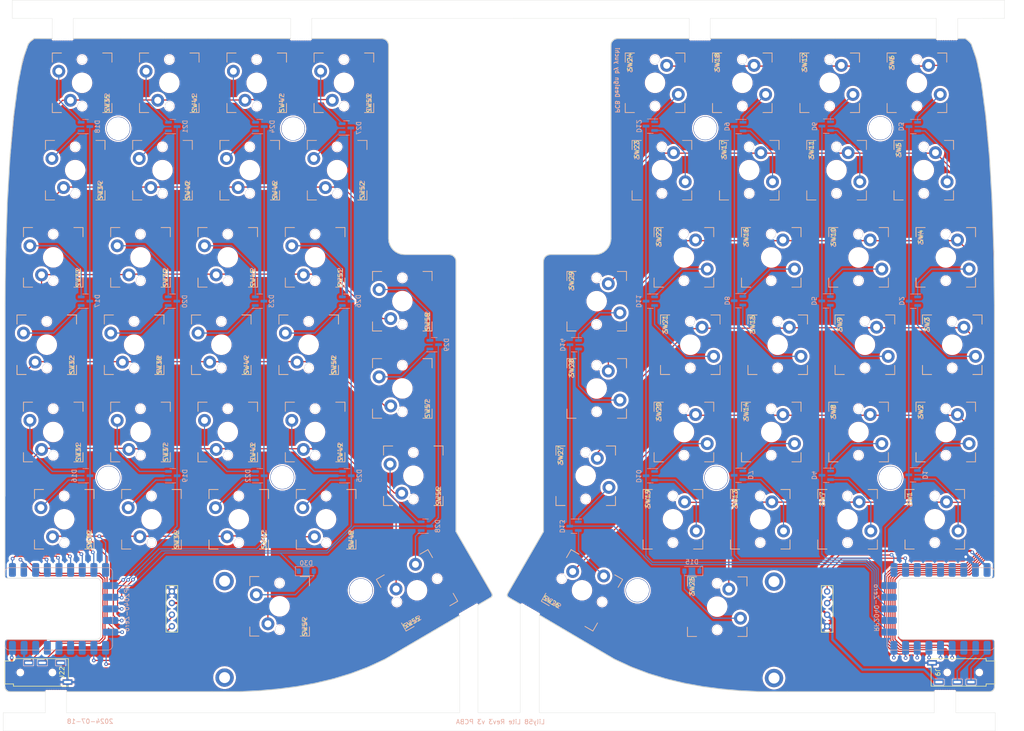
<source format=kicad_pcb>
(kicad_pcb (version 20221018) (generator pcbnew)
  (layers (0 "F.Cu" signal) (31 "B.Cu" signal) (34 "B.Paste" user) (35 "F.Paste" user) (36 "B.SilkS" user "B.Silkscreen") (37 "F.SilkS" user "F.Silkscreen") (38 "B.Mask" user) (39 "F.Mask" user) (44 "Edge.Cuts" user))
  (net 0 "")
  (net 1 "ROW0_R")
  (net 2 "Net-(D1-A-Pad1)")
  (net 3 "Net-(D1-A-Pad2)")
  (net 4 "Net-(D2-A-Pad1)")
  (net 5 "Net-(D2-A-Pad2)")
  (net 6 "Net-(D3-A-Pad1)")
  (net 7 "ROW1_R")
  (net 8 "Net-(D4-A-Pad1)")
  (net 9 "Net-(D4-A-Pad2)")
  (net 10 "Net-(D5-A-Pad1)")
  (net 11 "Net-(D5-A-Pad2)")
  (net 12 "ROW2_R")
  (net 13 "Net-(D7-A-Pad1)")
  (net 14 "Net-(D7-A-Pad2)")
  (net 15 "Net-(D8-A-Pad1)")
  (net 16 "Net-(D8-A-Pad2)")
  (net 17 "Net-(D9-A-Pad1)")
  (net 18 "Net-(D9-A-Pad2)")
  (net 19 "ROW3_R")
  (net 20 "Net-(D10-A-Pad1)")
  (net 21 "Net-(D10-A-Pad2)")
  (net 22 "Net-(D11-A-Pad1)")
  (net 23 "Net-(D11-A-Pad2)")
  (net 24 "Net-(D12-A-Pad1)")
  (net 25 "Net-(D12-A-Pad2)")
  (net 26 "ROW4_R")
  (net 27 "Net-(D13-A-Pad1)")
  (net 28 "Net-(D13-A-Pad2)")
  (net 29 "Net-(D14-A-Pad1)")
  (net 30 "Net-(D14-A-Pad2)")
  (net 31 "ROW0_L")
  (net 32 "ROW1_L")
  (net 33 "ROW2_L")
  (net 34 "Net-(D15-A)")
  (net 35 "ROW3_L")
  (net 36 "ROW4_L")
  (net 37 "RX")
  (net 38 "TX")
  (net 39 "GND")
  (net 40 "VCCQ")
  (net 41 "COL5_R")
  (net 42 "COL4_R")
  (net 43 "COL3_R")
  (net 44 "COL2_R")
  (net 45 "COL1_R")
  (net 46 "COL0_R")
  (net 47 "COL0_L")
  (net 48 "COL1_L")
  (net 49 "COL2_L")
  (net 50 "COL3_L")
  (net 51 "COL4_L")
  (net 52 "COL5_L")
  (net 53 "LED_R")
  (net 54 "SDA_R")
  (net 55 "SCL_R")
  (net 56 "RESET_R")
  (net 60 "GNDA")
  (net 62 "VCC")
  (net 63 "SDA_L")
  (net 64 "SCL_L")
  (net 65 "RESET_L")
  (net 69 "TX_R")
  (net 70 "RX_R")
  (net 71 "Net-(D16-A-Pad1)")
  (net 72 "Net-(D16-A-Pad2)")
  (net 73 "Net-(D17-A-Pad1)")
  (net 74 "Net-(D17-A-Pad2)")
  (net 75 "Net-(D18-A-Pad1)")
  (net 76 "Net-(D18-A-Pad2)")
  (net 77 "Net-(D19-A-Pad1)")
  (net 78 "Net-(D19-A-Pad2)")
  (net 79 "Net-(D20-A-Pad1)")
  (net 80 "Net-(D20-A-Pad2)")
  (net 81 "Net-(D21-A-Pad1)")
  (net 82 "Net-(D21-A-Pad2)")
  (net 83 "Net-(D22-A-Pad1)")
  (net 84 "Net-(D22-A-Pad2)")
  (net 85 "Net-(D23-A-Pad1)")
  (net 86 "Net-(D23-A-Pad2)")
  (net 87 "Net-(D24-A-Pad1)")
  (net 88 "Net-(D24-A-Pad2)")
  (net 89 "Net-(D25-A-Pad1)")
  (net 90 "Net-(D25-A-Pad2)")
  (net 91 "Net-(D26-A-Pad1)")
  (net 92 "Net-(D26-A-Pad2)")
  (net 93 "Net-(D27-A-Pad1)")
  (net 94 "Net-(D27-A-Pad2)")
  (net 95 "Net-(D3-A-Pad2)")
  (net 96 "Net-(D28-A-Pad1)")
  (net 97 "Net-(D28-A-Pad2)")
  (net 98 "Net-(D29-A-Pad1)")
  (net 99 "Net-(D29-A-Pad2)")
  (net 100 "Net-(D30-A)")
  (net 101 "Net-(D6-A-Pad2)")
  (net 102 "Net-(D6-A-Pad1)")
  (net 103 "+3.3V")
  (net 104 "LED_L_LV")
  (footprint "yuchi:MX_HOLE_FB-SIlk" (layer "F.Cu") (at 172.4 145.15 90)
    (fp_text reference "SW49")
    (fp_text value "SW_Push")
  )
  (footprint "yuchi:MX_HOLE_FB-SIlk" (layer "F.Cu") (at 178.7 68.95 90)
    (fp_text reference "SW53")
    (fp_text value "SW_Push")
  )
  (footprint "yuchi:MX_HOLE_FB-SIlk" (layer "F.Cu") (at 177.2 88 90)
    (fp_text reference "SW52")
    (fp_text value "SW_Push")
  )
  (footprint "yuchi:HOLE_M2_TH_5mm" (layer "F.Cu") (at 165.25 155.05 90)
    (fp_text reference "J5" hide)
    (fp_text value "HOLE" hide)
  )
  (footprint "yuchi:MX_HOLE_FB-SIlk" (layer "F.Cu") (at 136.7 164.2 90)
    (fp_text reference "SW36")
    (fp_text value "SW_Push")
  )
  (footprint "yuchi:MX_HOLE_FB-SIlk" (layer "F.Cu") (at 310.05 107.05 -90)
    (fp_text reference "SW4")
    (fp_text value "SW_Push")
  )
  (footprint "yuchi:MX_HOLE_FB-SIlk" (layer "F.Cu") (at 134.3 107.05 90)
    (fp_text reference "SW39")
    (fp_text value "SW_Push")
  )
  (footprint "yuchi:MX_HOLE_FB-SIlk" (layer "F.Cu") (at 288.6 164.2 -90)
    (fp_text reference "SW7")
    (fp_text value "SW_Push")
  )
  (footprint "yuchi:HOLE_M2_TH_5mm" (layer "F.Cu") (at 257.55 78.85)
    (fp_text reference "J14" hide)
    (fp_text value "HOLE" hide)
  )
  (footprint "yuchi:MX_HOLE_FB-SIlk" (layer "F.Cu") (at 267.15 88 -90)
    (fp_text reference "SW17")
    (fp_text value "SW_Push")
  )
  (footprint "yuchi:MX_HOLE_FB-SIlk" (layer "F.Cu") (at 121.55 68.95 90)
    (fp_text reference "SW35")
    (fp_text value "SW_Push")
  )
  (footprint "yuchi:MX_HOLE_FB-SIlk" (layer "F.Cu") (at 303.75 68.95 -90)
    (fp_text reference "SW6")
    (fp_text value "SW_Push")
  )
  (footprint "yuchi_kbd:PJ-320" (layer "F.Cu") (at 312.85 197.625 -90)
    (fp_text reference "J9")
    (fp_text value "AudioJack4")
  )
  (footprint "yuchi:MX_HOLE_FB-SIlk" (layer "F.Cu") (at 231.45 154.7 -90)
    (fp_text reference "SW27")
    (fp_text value "SW_Push")
  )
  (footprint "yuchi:MX_HOLE_FB-SIlk" (layer "F.Cu") (at 248.1 88 -90)
    (fp_text reference "SW23")
    (fp_text value "SW_Push")
  )
  (footprint "yuchi:MX_HOLE_FB-SIlk" (layer "F.Cu") (at 134.3 145.15 90)
    (fp_text reference "SW37")
    (fp_text value "SW_Push")
  )
  (footprint "yuchi:HOLE_M2_TH_5mm" (layer "F.Cu") (at 129.45 78.95 90)
    (fp_text reference "J4" hide)
    (fp_text value "HOLE" hide)
  )
  (footprint "yuchi:MX_HOLE_FB-SIlk" (layer "F.Cu") (at 271.95 145.15 -90)
    (fp_text reference "SW14")
    (fp_text value "SW_Push")
  )
  (footprint "yuchi:MX_HOLE_FB-SIlk" (layer "F.Cu") (at 291 107.05 -90)
    (fp_text reference "SW10")
    (fp_text value "SW_Push")
  )
  (footprint "yuchi:MX_HOLE_FB-SIlk" (layer "F.Cu") (at 307.65 164.2 -90)
    (fp_text reference "SW1")
    (fp_text value "SW_Push")
  )
  (footprint "yuchi:MX_HOLE_FB-SIlk" (layer "F.Cu") (at 291 145.15 -90)
    (fp_text reference "SW8")
    (fp_text value "SW_Push")
  )
  (footprint "yuchi_kbd:breakaway04" (layer "F.Cu") (at 117.3 59.3)
    (fp_text reference "J8" hide)
    (fp_text value "breakaway")
  )
  (footprint "yuchi:MX_HOLE_FB-SIlk" (layer "F.Cu") (at 115.25 145.15 90)
    (fp_text reference "SW31")
    (fp_text value "SW_Push")
  )
  (footprint "yuchi_kbd:breakaway04" (layer "F.Cu") (at 169.3 59.3)
    (fp_text reference "J17" hide)
    (fp_text value "breakaway")
  )
  (footprint "yuchi:MX_HOLE_FB-SIlk" (layer "F.Cu") (at 191.45 135.65 90)
    (fp_text reference "SW57")
    (fp_text value "SW_Push")
  )
  (footprint "yuchi:MX_HOLE_FB-SIlk" (layer "F.Cu") (at 174.8 164.2 90)
    (fp_text reference "SW48")
    (fp_text value "SW_Push")
  )
  (footprint "yuchi:HOLE_M2_TH_5mm" (layer "F.Cu") (at 297.95 155.15)
    (fp_text reference "J12" hide)
    (fp_text value "HOLE" hide)
  )
  (footprint "yuchi:MX_HOLE_FB-SIlk" (layer "F.Cu") (at 265.65 68.95 -90)
    (fp_text reference "SW18")
    (fp_text value "SW_Push")
  )
  (footprint "yuchi:MX_HOLE_FB-SIlk" (layer "F.Cu") (at 273.35 126.1 -90)
    (fp_text reference "SW15")
    (fp_text value "SW_Push")
  )
  (footprint "yuchi:MX_HOLE_FB-SIlk" (layer "F.Cu") (at 269.55 164.2 -90)
    (fp_text reference "SW13")
    (fp_text value "SW_Push")
  )
  (footprint "yuchi:MX_HOLE_FB-SIlk" (layer "F.Cu") (at 159.65 68.95 90)
    (fp_text reference "SW47")
    (fp_text value "SW_Push")
  )
  (footprint "yuchi:HOLE_M2_TH_5mm" (layer "F.Cu") (at 295.75 78.85)
    (fp_text reference "J13" hide)
    (fp_text value "HOLE" hide)
  )
  (footprint "yuchi:MX_HOLE_FB-SIlk" (layer "F.Cu") (at 305.25 88 -90)
    (fp_text reference "SW5")
    (fp_text value "SW_Push")
  )
  (footprint "yuchi:MX_HOLE_FB-SIlk" (layer "F.Cu") (at 158.15 88 90)
    (fp_text reference "SW46")
    (fp_text value "SW_Push")
  )
  (footprint "yuchi:MX_HOLE_FB-SIlk" (layer "F.Cu") (at 250.5 164.2 -90)
    (fp_text reference "SW19")
    (fp_text value "SW_Push")
  )
  (footprint "yuchi:lily58_logo_2" (layer "F.Cu") (at 277.4 188.22 -90)
    (fp_text reference "L01" hide)
    (fp_text value "LOGO" hide)
  )
  (footprint "yuchi:MX_HOLE_FB-SIlk" (layer "F.Cu") (at 117.65 164.2 90)
    (fp_text reference "SW30")
    (fp_text value "SW_Push")
  )
  (footprint "yuchi:MX_HOLE_FB-SIlk" (layer "F.Cu") (at 246.59 68.95 -90)
    (fp_text reference "SW24")
    (fp_text value "SW_Push")
  )
  (footprint "yuchi:MX_HOLE_FB-SIlk" (layer "F.Cu") (at 120.05 88 90)
    (fp_text reference "SW34")
    (fp_text value "SW_Push")
  )
  (footprint "yuchi:MX_HOLE_FB-SIlk" (layer "F.Cu") (at 252.9 107.05 -90)
    (fp_text reference "SW22")
    (fp_text value "SW_Push")
  )
  (footprint "yuchi:MX_HOLE_FB-SIlk" (layer "F.Cu") (at 164.65 183.2 90)
    (fp_text reference "SW54")
    (fp_text value "SW_Push")
  )
  (footprint "yuchi:HOLE_M2_TH_5mm" (layer "F.Cu") (at 127.3 155.15 90)
    (fp_text reference "J3" hide)
    (fp_text value "HOLE" hide)
  )
  (footprint "yuchi:HOLE_M2_TH_5mm" (layer "F.Cu") (at 259.95 155.15)
    (fp_text reference "J15" hide)
    (fp_text value "HOLE" hide)
  )
  (footprint "yuchi_kbd:breakaway04" (layer "F.Cu") (at 115.9 201.85)
    (fp_text reference "J20" hide)
    (fp_text value "breakaway")
  )
  (footprint "yuchi:MX_HOLE_FB-SIlk" (layer "F.Cu") (at 233.85 135.65 -90)
    (fp_text reference "SW28")
    (fp_text value "SW_Push")
  )
  (footprint "yuchi_kbd:breakaway04" (layer "F.Cu") (at 310.3 59.25)
    (fp_text reference "J19" hide)
    (fp_text value "breakaway")
  )
  (footprint "yuchi:M2_HOLE_PCB" (layer "F.Cu") (at 272.55 177.79 -90)
    (fp_text reference "J10" hide)
    (fp_text value "M2HOLE")
  )
  (footprint "yuchi:MX_HOLE_FB-SIlk" (layer "F.Cu") (at 292.4 126.1 -90)
    (fp_text reference "SW9")
    (fp_text value "SW_Push")
  )
  (footprint "yuchi:MX_HOLE_FB-SIlk" (layer "F.Cu") (at 233.85 116.6 -90)
    (fp_text reference "SW29")
    (fp_text value "SW_Push")
  )
  (footprint "yuchi:MX_HOLE_FB-SIlk" (layer "F.Cu") (at 153.35 107.05 90)
    (fp_text reference "SW45")
    (fp_text value "SW_Push")
  )
  (footprint "yuchi:MX_HOLE_FB-SIlk" (layer "F.Cu") (at 230.65 179.7 -30)
    (fp_text reference "SW26")
    (fp_text value "SW_Push")
  )
  (footprint "yuchi:MX_HOLE_FB-SIlk" (layer "F.Cu") (at 151.95 126.1 90)
    (fp_text reference "SW44")
    (fp_text value "SW_Push")
  )
  (footprint "yuchi:MX_HOLE_FB-SIlk" (layer "F.Cu") (at 284.7 68.95 -90)
    (fp_text reference "SW12")
    (fp_text value "SW_Push")
  )
  (footprint "yuchi:MX_HOLE_FB-SIlk" (layer "F.Cu") (at 193.85 154.7 90)
    (fp_text reference "SW56")
    (fp_text value "SW_Push")
  )
  (footprint "yuchi_kbd:breakaway04" (layer "F.Cu") (at 309.9 201.85 180)
    (fp_text reference "J26" hide)
    (fp_text value "breakaway")
  )
  (footprint "yuchi_kbd:RP2040-Zero_bottom" (layer "F.Cu") (at 308.95 183.75 -90)
    (fp_text reference "U1" hide)
    (fp_text value "~" hide)
  )
  (footprint "yuchi:MX_HOLE_FB-SIlk" (layer "F.Cu") (at 311.45 126.1 -90)
    (fp_text reference "SW3")
    (fp_text value "SW_Push")
  )
  (footprint "yuchi_kbd:PJ-320" (layer "F.Cu") (at 112.575 197.625 90)
    (fp_text reference "J22")
    (fp_text value "AudioJack4")
  )
  (footprint "yuchi:MX_HOLE_FB-SIlk" (layer "F.Cu") (at 260.15 183.25 -90)
    (fp_text reference "SW25")
    (fp_text value "SW_Push")
  )
  (footprint "yuchi:M2_HOLE_PCB" (layer "F.Cu") (at 152.65 198.75 90)
    (fp_text reference "J1" hide)
    (fp_text value "M2HOLE")
  )
  (footprint "yuchi_kbd:breakaway04" (layer "F.Cu") (at 205.95 184 -150)
    (fp_text reference "J21" hide)
    (fp_text value "breakaway")
  )
  (footprint "yuchi:MX_HOLE_FB-SIlk" (layer "F.Cu") (at 252.9 145.15 -90)
    (fp_text reference "SW20")
    (fp_text value "SW_Push")
  )
  (footprint "yuchi:MX_HOLE_FB-SIlk" (layer "F.Cu") (at 171 126.1 90)
    (fp_text reference "SW50")
    (fp_text value "SW_Push")
  )
  (footprint "yuchi:MX_HOLE_FB-SIlk" (layer "F.Cu") (at 153.35 145.15 90)
    (fp_text reference "SW43")
    (fp_text value "SW_Push")
  )
  (footprint "yuchi:lily58_logo_2" (layer "F.Cu") (at 148 188.22 90)
    (fp_text reference "L02" hide)
    (fp_text value "LOGO" hide)
  )
  (footprint "yuchi:MX_HOLE_FB-SIlk" (layer "F.Cu") (at 140.6 68.95 90)
    (fp_text reference "SW41")
    (fp_text value "SW_Push")
  )
  (footprint "yuchi_kbd:RP2040-Zero_bottom" (layer "F.Cu") (at 116.45 183.75 90)
    (fp_text reference "U2" hide)
    (fp_text value "~")
  )
  (footprint "yuchi:MX_HOLE_FB-SIlk" (layer "F.Cu") (at 155.75 164.2 90)
    (fp_text reference "SW42")
    (fp_text value "SW_Push")
  )
  (footprint "yuchi:HOLE_M2_TH_5mm" (layer "F.Cu") (at 167.6 78.95 90)
    (fp_text reference "J6" hide)
    (fp_text value "HOLE" hide)
  )
  (footprint "yuchi:MX_HOLE_FB-SIlk" (layer "F.Cu") (at 139.1 88 90)
    (fp_text reference "SW40")
    (fp_text value "SW_Push")
  )
  (footprint "yuchi:MX_HOLE_FB-SIlk" (layer "F.Cu") (at 115.25 107.05 90)
    (fp_text reference "SW33")
    (fp_text value "SW_Push")
  )
  (footprint "yuchi:M2_HOLE_PCB" (layer "F.Cu") (at 272.55 198.85 -90)
    (fp_text reference "J11" hide)
    (fp_text value "M2HOLE")
  )
  (footprint "yuchi:MX_HOLE_FB-SIlk" (layer "F.Cu") (at 254.3 126.1 -90)
    (fp_text reference "SW21")
    (fp_text value "SW_Push")
  )
  (footprint "yuchi:MX_HOLE_FB-SIlk" (layer "F.Cu") (at 271.95 107.05 -90)
    (fp_text reference "SW16")
    (fp_text value "SW_Push")
  )
  (footprint "yuchi:M2_HOLE_PCB" (layer "F.Cu") (at 152.65 177.69 90)
    (fp_text reference "J2" hide)
    (fp_text value "M2HOLE")
  )
  (footprint "yuchi:MX_HOLE_FB-SIlk" (layer "F.Cu") (at 172.4 107.05 90)
    (fp_text reference "SW51")
    (fp_text value "SW_Push")
  )
  (footprint "yuchi:MX_HOLE_FB-SIlk" (layer "F.Cu") (at 113.85 126.1 90)
    (fp_text reference "SW32")
    (fp_text value "SW_Push")
  )
  (footprint "yuchi:MX_HOLE_FB-SIlk" (layer "F.Cu") (at 132.9 126.1 90)
    (fp_text reference "SW38")
    (fp_text value "SW_Push")
  )
  (footprint "yuchi:MX_HOLE_FB-SIlk" (layer "F.Cu") (at 286.2 88 -90)
    (fp_text reference "SW11")
    (fp_text value "SW_Push")
  )
  (footprint "yuchi:MX_HOLE_FB-SIlk" (layer "F.Cu") (at 191.45 116.6 90)
    (fp_text reference "SW58")
    (fp_text value "SW_Push")
  )
  (footprint "yuchi:MX_HOLE_FB-SIlk" (layer "F.Cu") (at 194.65 179.7 30)
    (fp_text reference "SW55")
    (fp_text value "SW_Push")
  )
  (footprint "yuchi:HOLE_M2_TH_5mm" (layer "F.Cu") (at 182.4 179.7)
    (fp_text reference "J24" hide)
    (fp_text value "HOLE" hide)
  )
  (footprint "yuchi:MX_HOLE_FB-SIlk" (layer "F.Cu") (at 310.05 145.15 -90)
    (fp_text reference "SW2")
    (fp_text value "SW_Push")
  )
  (footprint "yuchi_kbd:breakaway04" (layer "F.Cu") (at 256.4 59.3)
    (fp_text reference "J18" hide)
    (fp_text value "breakaway")
  )
  (footprint "Package_TO_SOT_SMD:SOT-23" (layer "B.Cu") (at 160.35 78.5)
    (fp_text reference "D24")
    (fp_text value "BAV70")
  )
  (footprint "Package_TO_SOT_SMD:SOT-23" (layer "B.Cu") (at 264.8 116.5 180)
    (fp_text reference "D8")
    (fp_text value "BAV70")
  )
  (footprint "Package_TO_SOT_SMD:SOT-23" (layer "B.Cu") (at 228.95 126.1 180)
    (fp_text reference "D14")
    (fp_text value "BAV70")
  )
  (footprint "Package_TO_SOT_SMD:SOT-23" (layer "B.Cu") (at 160.3 116.6)
    (fp_text reference "D23")
    (fp_text value "BAV70")
  )
  (footprint "Package_TO_SOT_SMD:SOT-23" (layer "B.Cu") (at 179.3 116.6)
    (fp_text reference "D26")
    (fp_text value "BAV70")
  )
  (footprint "Package_TO_SOT_SMD:SOT-23" (layer "B.Cu") (at 283.95 78.4 180)
    (fp_text reference "D6")
    (fp_text value "BAV70")
  )
  (footprint "Package_TO_SOT_SMD:SOT-23" (layer "B.Cu") (at 245.55 154.7 180)
    (fp_text reference "D10")
    (fp_text value "BAV70")
  )
  (footprint "yuchi:HOLE_M2_TH_5mm" (layer "B.Cu") (at 242.77 179.7 180)
    (fp_text reference "J23" hide)
    (fp_text value "HOLE" hide)
  )
  (footprint "Package_TO_SOT_SMD:SOT-23" (layer "B.Cu") (at 141.3 116.6)
    (fp_text reference "D20")
    (fp_text value "BAV70")
  )
  (footprint "Package_TO_SOT_SMD:SOT-23" (layer "B.Cu") (at 196.5 165.7)
    (fp_text reference "D28")
    (fp_text value "BAV70")
  )
  (footprint "yuchi:OLED_4Pin" (layer "B.Cu") (at 284.15 183.75 -90)
    (fp_text reference "J7" hide)
    (fp_text value "OLED_L" hide)
  )
  (footprint "Package_TO_SOT_SMD:SOT-23" (layer "B.Cu") (at 141.35 154.7)
    (fp_text reference "D19")
    (fp_text value "BAV70")
  )
  (footprint "Diode_SMD:D_SOD-123" (layer "B.Cu") (at 254.65 175.5 180)
    (fp_text reference "D15")
    (fp_text value "D")
  )
  (footprint "Package_TO_SOT_SMD:SOT-23" (layer "B.Cu") (at 245.55 78.4 180)
    (fp_text reference "D12")
    (fp_text value "BAV70")
  )
  (footprint "Package_TO_SOT_SMD:SOT-23" (layer "B.Cu") (at 122.35 154.7)
    (fp_text reference "D16")
    (fp_text value "BAV70")
  )
  (footprint "Package_TO_SOT_SMD:SOT-23" (layer "B.Cu") (at 179.35 154.7)
    (fp_text reference "D25")
    (fp_text value "BAV70")
  )
  (footprint "Package_TO_SOT_SMD:SOT-23" (layer "B.Cu") (at 160.35 154.7)
    (fp_text reference "D22")
    (fp_text value "BAV70")
  )
  (footprint "Package_TO_SOT_SMD:SOT-23" (layer "B.Cu") (at 283.9 116.55 180)
    (fp_text reference "D5")
    (fp_text value "BAV70")
  )
  (footprint "Package_TO_SOT_SMD:SOT-23" (layer "B.Cu") (at 264.85 78.5 180)
    (fp_text reference "D9")
    (fp_text value "BAV70")
  )
  (footprint "Package_TO_SOT_SMD:SOT-23" (layer "B.Cu") (at 302.9 154.5 180)
    (fp_text reference "D1")
    (fp_text value "BAV70")
  )
  (footprint "Package_TO_SOT_SMD:SOT-23" (layer "B.Cu") (at 264.8 154.6 180)
    (fp_text reference "D7")
    (fp_text value "BAV70")
  )
  (footprint "Package_TO_SOT_SMD:SOT-23" (layer "B.Cu") (at 198.4 126.1)
    (fp_text reference "D29")
    (fp_text value "BAV70")
  )
  (footprint "Package_TO_SOT_SMD:SOT-23" (layer "B.Cu") (at 302.95 116.6 180)
    (fp_text reference "D2")
    (fp_text value "BAV70")
  )
  (footprint "yuchi_kbd:breakaway04" (layer "B.Cu") (at 219.3 183.95 150)
    (fp_text reference "J25" hide)
    (fp_text value "breakaway")
  )
  (footprint "Package_TO_SOT_SMD:SOT-23" (layer "B.Cu") (at 122.3 78.5)
    (fp_text reference "D18")
    (fp_text value "BAV70")
  )
  (footprint "Package_TO_SOT_SMD:SOT-23" (layer "B.Cu") (at 302.95 78.5 180)
    (fp_text reference "D3")
    (fp_text value "BAV70")
  )
  (footprint "Package_TO_SOT_SMD:SOT-23" (layer "B.Cu") (at 283.95 154.6 180)
    (fp_text reference "D4")
    (fp_text value "BAV70")
  )
  (footprint "Package_TO_SOT_SMD:SOT-23" (layer "B.Cu") (at 228.9 165.7 180)
    (fp_text reference "D13")
    (fp_text value "BAV70")
  )
  (footprint "Diode_SMD:D_SOD-123" (layer "B.Cu") (at 170.48 175.525)
    (fp_text reference "D30")
    (fp_text value "D")
  )
  (footprint "yuchi:OLED_4Pin" (layer "B.Cu") (at 141.15 183.75 90)
    (fp_text reference "J16" hide)
    (fp_text value "OLED_R" hide)
  )
  (footprint "Package_TO_SOT_SMD:SOT-23" (layer "B.Cu") (at 245.55 116.6 180)
    (fp_text reference "D11")
    (fp_text value "BAV70")
  )
  (footprint "Package_TO_SOT_SMD:SOT-23" (layer "B.Cu") (at 141.35 78.5)
    (fp_text reference "D21")
    (fp_text value "BAV70")
  )
  (footprint "Package_TO_SOT_SMD:SOT-23" (layer "B.Cu") (at 122.3 116.6)
    (fp_text reference "D17")
    (fp_text value "BAV70")
  )
  (footprint "Package_TO_SOT_SMD:SOT-23" (layer "B.Cu") (at 179.25 78.8)
    (fp_text reference "D27")
    (fp_text value "BAV70")
  )
  (gr_line (start 214.478244 180.293242) (end 222.239355 166.887687) (stroke (width 0.2)) (layer "Edge.Cuts"))
  (gr_line (start 234.166089 106.359609) (end 234.823287 106.155826) (stroke (width 0.2)) (layer "Edge.Cuts"))
  (gr_line (start 211.036445 180.90753) (end 211.063974 180.768748) (stroke (width 0.2)) (layer "Edge.Cuts"))
  (gr_line (start 104.736762 117.499119) (end 104.736762 127.906953) (stroke (width 0.2)) (layer "Edge.Cuts"))
  (gr_line (start 211.063974 180.768748) (end 211.054468 180.619794) (stroke (width 0.2)) (layer "Edge.Cuts"))
  (gr_line (start 320.663238 190.95) (end 320.663238 200.76179) (stroke (width 0.2)) (layer "Edge.Cuts"))
  (gr_line (start 214.427468 181.035672) (end 214.363555 180.90753) (stroke (width 0.2)) (layer "Edge.Cuts"))
  (gr_line (start 312.65 54.91) (end 312.65 59.29) (stroke (width 0.05)) (layer "Edge.Cuts"))
  (gr_arc (start 320.663238 176.55) (mid 320.516794 176.903567) (end 320.163238 177.05) (stroke (width 0.1)) (layer "Edge.Cuts"))
  (gr_line (start 320.85 210.4) (end 104.35 210.4) (stroke (width 0.05)) (layer "Edge.Cuts"))
  (gr_line (start 223.15419 106.548435) (end 222.899381 106.686651) (stroke (width 0.2)) (layer "Edge.Cuts"))
  (gr_line (start 222.356124 107.3465) (end 222.268789 107.628156) (stroke (width 0.2)) (layer "Edge.Cuts"))
  (gr_line (start 104.73 190.953553) (end 104.733524 200.76179) (stroke (width 0.1)) (layer "Edge.Cuts"))
  (gr_line (start 187.63954 194.756667) (end 203.95 185.2) (stroke (width 0.2)) (layer "Edge.Cuts"))
  (gr_line (start 106.595561 76.329242) (end 105.820488 84.942346) (stroke (width 0.2)) (layer "Edge.Cuts"))
  (gr_line (start 188.409288 60.487505) (end 188.439735 60.790001) (stroke (width 0.2)) (layer "Edge.Cuts"))
  (gr_line (start 203.95 185.2) (end 203.95 206.4) (stroke (width 0.05)) (layer "Edge.Cuts"))
  (gr_line (start 238.460265 59.290001) (end 238.157769 59.320448) (stroke (width 0.2)) (layer "Edge.Cuts"))
  (gr_line (start 223.738342 106.430652) (end 223.435846 106.461099) (stroke (width 0.2)) (layer "Edge.Cuts"))
  (gr_line (start 105.235374 94.830462) (end 104.865654 105.760437) (stroke (width 0.2)) (layer "Edge.Cuts"))
  (gr_line (start 320.355877 201.50443) (end 320.484039 201.349063) (stroke (width 0.2)) (layer "Edge.Cuts"))
  (gr_line (start 258.65 54.9) (end 258.65 59.29) (stroke (width 0.05)) (layer "Edge.Cuts"))
  (gr_line (start 320.663238 169.538289) (end 320.663238 176.55) (stroke (width 0.2)) (layer "Edge.Cuts"))
  (gr_line (start 265.132439 201.61431) (end 261.092337 201.259703) (stroke (width 0.2)) (layer "Edge.Cuts"))
  (gr_line (start 172.345246 200.002917) (end 176.299127 199.061996) (stroke (width 0.2)) (layer "Edge.Cuts"))
  (gr_line (start 295.35 59.29) (end 285.868377 59.29) (stroke (width 0.2)) (layer "Edge.Cuts"))
  (gr_line (start 105.820488 84.942346) (end 105.235374 94.830462) (stroke (width 0.2)) (layer "Edge.Cuts"))
  (gr_line (start 210.872884 181.152705) (end 210.972532 181.035672) (stroke (width 0.2)) (layer "Edge.Cuts"))
  (gr_line (start 222.49434 107.091692) (end 222.356124 107.3465) (stroke (width 0.2)) (layer "Edge.Cuts"))
  (gr_line (start 320.663238 159.130455) (end 320.663238 169.538289) (stroke (width 0.2)) (layer "Edge.Cuts"))
  (gr_line (start 171.65 54.91) (end 171.65 59.29) (stroke (width 0.05)) (layer "Edge.Cuts"))
  (gr_line (start 188.510778 103.636476) (end 188.439735 102.930652) (stroke (width 0.2)) (layer "Edge.Cuts"))
  (gr_line (start 222.677429 106.869739) (end 222.49434 107.091692) (stroke (width 0.2)) (layer "Edge.Cuts"))
  (gr_line (start 318.804439 76.329242) (end 319.579512 84.942346) (stroke (width 0.2)) (layer "Edge.Cuts"))
  (gr_line (start 171.65 59.29) (end 186.939735 59.29) (stroke (width 0.2)) (layer "Edge.Cuts"))
  (gr_line (start 236.990712 60.487505) (end 236.960265 60.790001) (stroke (width 0.2)) (layer "Edge.Cuts"))
  (gr_line (start 110.35 59.85) (end 111.086755 59.29) (stroke (width 0.2)) (layer "Edge.Cuts"))
  (gr_line (start 104.35 206.4) (end 113.55 206.4) (stroke (width 0.05)) (layer "Edge.Cuts"))
  (gr_line (start 269.157683 201.812223) (end 265.132439 201.61431) (stroke (width 0.2)) (layer "Edge.Cuts"))
  (gr_line (start 320.641925 200.973538) (end 320.663238 200.76179) (stroke (width 0.2)) (layer "Edge.Cuts"))
  (gr_line (start 191.939735 106.430652) (end 201.661658 106.430652) (stroke (width 0.15)) (layer "Edge.Cuts"))
  (gr_line (start 105.575015 201.790477) (end 105.377855 201.729343) (stroke (width 0.2)) (layer "Edge.Cuts"))
  (gr_line (start 124.656762 190.45) (end 105.233553 190.45) (stroke (width 0.1)) (layer "Edge.Cuts"))
  (gr_line (start 211.054468 180.619794) (end 211.007278 180.461136) (stroke (width 0.2)) (layer "Edge.Cuts"))
  (gr_line (start 203.131211 107.628156) (end 203.161658 107.930652) (stroke (width 0.2)) (layer "Edge.Cuts"))
  (gr_line (start 202.722571 106.869739) (end 202.90566 107.091692) (stroke (width 0.2)) (layer "Edge.Cuts"))
  (gr_line (start 106.55 54.9) (end 106.35 54.9) (stroke (width 0.05)) (layer "Edge.Cuts"))
  (gr_line (start 222.239355 166.887687) (end 222.238342 107.930652) (stroke (width 0.2)) (layer "Edge.Cuts"))
  (gr_line (start 249.100873 199.061996) (end 245.21933 197.886895) (stroke (width 0.2)) (layer "Edge.Cuts"))
  (gr_line (start 320.534346 105.760437) (end 320.663238 117.499119) (stroke (width 0.2)) (layer "Edge.Cuts"))
  (gr_line (start 119.65 54.9) (end 119.65 59.29) (stroke (width 0.05)) (layer "Edge.Cuts"))
  (gr_line (start 237.876113 59.407783) (end 237.621304 59.545999) (stroke (width 0.2)) (layer "Edge.Cuts"))
  (gr_line (start 167.05 54.9) (end 119.65 54.9) (stroke (width 0.05)) (layer "Edge.Cuts"))
  (gr_line (start 164.307663 201.259703) (end 168.340825 200.729028) (stroke (width 0.2)) (layer "Edge.Cuts"))
  (gr_line (start 245.21933 197.886895) (end 241.431927 196.458242) (stroke (width 0.2)) (layer "Edge.Cuts"))
  (gr_line (start 319.824985 201.790477) (end 320.022145 201.729343) (stroke (width 0.2)) (layer "Edge.Cuts"))
  (gr_line (start 210.73815 181.258163) (end 210.872884 181.152705) (stroke (width 0.2)) (layer "Edge.Cuts"))
  (gr_line (start 149.935296 201.812472) (end 118.15 201.812472) (stroke (width 0.2)) (layer "Edge.Cuts"))
  (gr_line (start 320.65 206.4) (end 320.85 206.4) (stroke (width 0.05)) (layer "Edge.Cuts"))
  (gr_arc (start 104.73 190.953553) (mid 104.877501 190.597501) (end 105.233553 190.45) (stroke (width 0.1)) (layer "Edge.Cuts"))
  (gr_line (start 222.899381 106.686651) (end 222.677429 106.869739) (stroke (width 0.2)) (layer "Edge.Cuts"))
  (gr_line (start 104.35 210.4) (end 104.35 206.4) (stroke (width 0.05)) (layer "Edge.Cuts"))
  (gr_line (start 108.613847 63.860681) (end 107.535159 69.224303) (stroke (width 0.2)) (layer "Edge.Cuts"))
  (gr_line (start 104.736762 159.130455) (end 104.733524 176.55) (stroke (width 0.15)) (layer "Edge.Cuts"))
  (gr_line (start 257.059175 200.729028) (end 253.054754 200.002917) (stroke (width 0.2)) (layer "Edge.Cuts"))
  (gr_line (start 168.340825 200.729028) (end 172.345246 200.002917) (stroke (width 0.2)) (layer "Edge.Cuts"))
  (gr_line (start 188.183736 59.95104) (end 188.321952 60.205848) (stroke (width 0.2)) (layer "Edge.Cuts"))
  (gr_line (start 210.972532 181.035672) (end 211.036445 180.90753) (stroke (width 0.2)) (layer "Edge.Cuts"))
  (gr_line (start 236.685439 104.293674) (end 236.889222 103.636476) (stroke (width 0.2)) (layer "Edge.Cuts"))
  (gr_arc (start 124.66 177.05) (mid 125.367107 177.342893) (end 125.66 178.05) (stroke (width 0.1)) (layer "Edge.Cuts"))
  (gr_line (start 115.05 59.3) (end 115.05 54.91) (stroke (width 0.05)) (layer "Edge.Cuts"))
  (gr_line (start 111.086755 59.29) (end 115.05 59.3) (stroke (width 0.2)) (layer "Edge.Cuts"))
  (gr_arc (start 300.74 190.45) (mid 300.032893 190.157107) (end 299.74 189.45) (stroke (width 0.1)) (layer "Edge.Cuts"))
  (gr_line (start 203.160645 166.887687) (end 203.161658 107.930652) (stroke (width 0.2)) (layer "Edge.Cuts"))
  (gr_line (start 235.41784 105.833322) (end 235.935729 105.406116) (stroke (width 0.2)) (layer "Edge.Cuts"))
  (gr_line (start 236.889222 103.636476) (end 236.960265 102.930652) (stroke (width 0.2)) (layer "Edge.Cuts"))
  (gr_line (start 320.85 206.4) (end 320.85 210.4) (stroke (width 0.05)) (layer "Edge.Cuts"))
  (gr_line (start 233.460265 106.430652) (end 234.166089 106.359609) (stroke (width 0.2)) (layer "Edge.Cuts"))
  (gr_line (start 202.90566 107.091692) (end 203.043876 107.3465) (stroke (width 0.2)) (layer "Edge.Cuts"))
  (gr_line (start 320.663238 127.906953) (end 320.663238 138.314787) (stroke (width 0.2)) (layer "Edge.Cuts"))
  (gr_line (start 307.55 206.4) (end 307.55 201.812472) (stroke (width 0.05)) (layer "Edge.Cuts"))
  (gr_line (start 276.386755 59.29) (end 258.65 59.29) (stroke (width 0.2)) (layer "Edge.Cuts"))
  (gr_line (start 183.968073 196.458242) (end 187.63954 194.756667) (stroke (width 0.2)) (layer "Edge.Cuts"))
  (gr_line (start 312.25 206.4) (end 320.65 206.4) (stroke (width 0.05)) (layer "Edge.Cuts"))
  (gr_line (start 238.157769 59.320448) (end 237.876113 59.407783) (stroke (width 0.2)) (layer "Edge.Cuts"))
  (gr_line (start 214.527116 181.152705) (end 214.427468 181.035672) (stroke (width 0.2)) (layer "Edge.Cuts"))
  (gr_line (start 188.000648 59.729088) (end 188.183736 59.95104) (stroke (width 0.2)) (layer "Edge.Cuts"))
  (gr_line (start 307.95 59.29) (end 307.95 54.9) (stroke (width 0.05)) (layer "Edge.Cuts"))
  (gr_line (start 253.054754 200.002917) (end 249.100873 199.061996) (stroke (width 0.2)) (layer "Edge.Cuts"))
  (gr_line (start 104.865654 105.760437) (end 104.736762 117.499119) (stroke (width 0.2)) (layer "Edge.Cuts"))
  (gr_line (start 322.85 54.9) (end 312.65 54.91) (stroke (width 0.05)) (layer "Edge.Cuts"))
  (gr_line (start 320.163238 190.45) (end 300.74 190.45) (stroke (width 0.1)) (layer "Edge.Cuts"))
  (gr_line (start 254.05 59.29) (end 254.05 54.9) (stroke (width 0.05)) (layer "Edge.Cuts"))
  (gr_line (start 156.242229 201.812472) (end 149.935296 201.812472) (stroke (width 0.2)) (layer "Edge.Cuts"))
  (gr_line (start 125.656762 189.45) (end 125.66 178.05) (stroke (width 0.1)) (layer "Edge.Cuts"))
  (gr_line (start 106.35 50.9) (end 322.85 50.9) (stroke (width 0.05)) (layer "Edge.Cuts"))
  (gr_line (start 149.013245 59.29) (end 167.05 59.29) (stroke (width 0.2)) (layer "Edge.Cuts"))
  (gr_line (start 314.313245 59.29) (end 312.65 59.29) (stroke (width 0.2)) (layer "Edge.Cuts"))
  (gr_line (start 300.736762 177.05) (end 320.163238 177.05) (stroke (width 0.1)) (layer "Edge.Cuts"))
  (gr_line (start 320.58079 201.170697) (end 320.641925 200.973538) (stroke (width 0.2)) (layer "Edge.Cuts"))
  (gr_line (start 202.500619 106.686651) (end 202.722571 106.869739) (stroke (width 0.2)) (layer "Edge.Cuts"))
  (gr_line (start 320.663238 148.722621) (end 320.663238 159.130455) (stroke (width 0.2)) (layer "Edge.Cuts"))
  (gr_line (start 187.242231 59.320448) (end 187.523887 59.407783) (stroke (width 0.2)) (layer "Edge.Cuts"))
  (gr_line (start 312.25 201.812472) (end 312.25 206.4) (stroke (width 0.05)) (layer "Edge.Cuts"))
  (gr_line (start 118.15 201.812472) (end 118.15 206.4) (stroke (width 0.05)) (layer "Edge.Cuts"))
  (gr_line (start 115.05 54.91) (end 106.55 54.9) (stroke (width 0.05)) (layer "Edge.Cuts"))
  (gr_line (start 237.078048 60.205848) (end 236.990712 60.487505) (stroke (width 0.2)) (layer "Edge.Cuts"))
  (gr_line (start 320.200511 201.632591) (end 320.355877 201.50443) (stroke (width 0.2)) (layer "Edge.Cuts"))
  (gr_line (start 207.95 182.9) (end 207.95 206.4) (stroke (width 0.05)) (layer "Edge.Cuts"))
  (gr_line (start 269.157771 201.812472) (end 275.464704 201.812472) (stroke (width 0.2)) (layer "Edge.Cuts"))
  (gr_line (start 307.95 59.29) (end 295.35 59.29) (stroke (width 0.2)) (layer "Edge.Cuts"))
  (gr_line (start 105.233524 177.05) (end 124.66 177.05) (stroke (width 0.1)) (layer "Edge.Cuts"))
  (gr_line (start 189.98216 105.833322) (end 189.464271 105.406116) (stroke (width 0.2)) (layer "Edge.Cuts"))
  (gr_arc (start 299.736762 178.05) (mid 300.029653 177.34288) (end 300.736762 177.05) (stroke (width 0.1)) (layer "Edge.Cuts"))
  (gr_line (start 105.786762 201.81179) (end 105.575015 201.790477) (stroke (width 0.2)) (layer "Edge.Cuts"))
  (gr_line (start 187.523887 59.407783) (end 187.778696 59.545999) (stroke (width 0.2)) (layer "Edge.Cuts"))
  (gr_line (start 189.464271 105.406116) (end 189.037065 104.888227) (stroke (width 0.2)) (layer "Edge.Cuts"))
  (gr_line (start 254.05 59.29) (end 238.460265 59.29) (stroke (width 0.2)) (layer "Edge.Cuts"))
  (gr_line (start 320.022145 201.729343) (end 320.200511 201.632591) (stroke (width 0.2)) (layer "Edge.Cuts"))
  (gr_line (start 171.65 54.91) (end 254.05 54.9) (stroke (width 0.05)) (layer "Edge.Cuts"))
  (gr_line (start 214.345532 180.619794) (end 214.392722 180.461136) (stroke (width 0.2)) (layer "Edge.Cuts"))
  (gr_line (start 320.484039 201.349063) (end 320.58079 201.170697) (stroke (width 0.2)) (layer "Edge.Cuts"))
  (gr_line (start 217.15 182.7) (end 214.831021 181.351575) (stroke (width 0.2)) (layer "Edge.Cuts"))
  (gr_line (start 189.037065 104.888227) (end 188.714561 104.293674) (stroke (width 0.2)) (layer "Edge.Cuts"))
  (gr_line (start 319.579512 84.942346) (end 320.164626 94.830462) (stroke (width 0.2)) (layer "Edge.Cuts"))
  (gr_line (start 104.736762 148.722621) (end 104.736762 159.130455) (stroke (width 0.2)) (layer "Edge.Cuts"))
  (gr_line (start 191.233911 106.359609) (end 190.576713 106.155826) (stroke (width 0.2)) (layer "Edge.Cuts"))
  (gr_line (start 104.758075 200.973538) (end 104.733524 200.76179) (stroke (width 0.2)) (layer "Edge.Cuts"))
  (gr_line (start 211.007278 180.461136) (end 210.921756 180.293242) (stroke (width 0.2)) (layer "Edge.Cuts"))
  (gr_line (start 214.392722 180.461136) (end 214.478244 180.293242) (stroke (width 0.2)) (layer "Edge.Cuts"))
  (gr_line (start 235.935729 105.406116) (end 236.362935 104.888227) (stroke (width 0.2)) (layer "Edge.Cuts"))
  (gr_line (start 207.95 206.4) (end 217.15 206.4) (stroke (width 0.05)) (layer "Edge.Cuts"))
  (gr_line (start 317.864841 69.224303) (end 318.804439 76.329242) (stroke (width 0.2)) (layer "Edge.Cuts"))
  (gr_line (start 315.05 59.85) (end 314.313245 59.29) (stroke (width 0.2)) (layer "Edge.Cuts"))
  (gr_line (start 275.464704 201.812472) (end 307.55 201.812472) (stroke (width 0.2)) (layer "Edge.Cuts"))
  (gr_line (start 223.435846 106.461099) (end 223.15419 106.548435) (stroke (width 0.2)) (layer "Edge.Cuts"))
  (gr_line (start 188.714561 104.293674) (end 188.510778 103.636476) (stroke (width 0.2)) (layer "Edge.Cuts"))
  (gr_line (start 203.043876 107.3465) (end 203.131211 107.628156) (stroke (width 0.2)) (layer "Edge.Cuts"))
  (gr_line (start 106.35 54.9) (end 106.35 50.9) (stroke (width 0.05)) (layer "Edge.Cuts"))
  (gr_line (start 130.05 59.29) (end 139.531623 59.29) (stroke (width 0.2)) (layer "Edge.Cuts"))
  (gr_line (start 312.25 201.812472) (end 319.613238 201.812472) (stroke (width 0.2)) (layer "Edge.Cuts"))
  (gr_line (start 207.95 182.9) (end 210.568979 181.351575) (stroke (width 0.2)) (layer "Edge.Cuts"))
  (gr_line (start 113.55 206.4) (end 113.55 201.812472) (stroke (width 0.05)) (layer "Edge.Cuts"))
  (gr_line (start 233.460265 106.430652) (end 223.738342 106.430652) (stroke (width 0.15)) (layer "Edge.Cuts"))
  (gr_line (start 237.399352 59.729088) (end 237.216264 59.95104) (stroke (width 0.2)) (layer "Edge.Cuts"))
  (gr_line (start 104.915961 201.349063) (end 104.81921 201.170697) (stroke (width 0.2)) (layer "Edge.Cuts"))
  (gr_line (start 258.65 54.9) (end 307.95 54.9) (stroke (width 0.05)) (layer "Edge.Cuts"))
  (gr_line (start 139.531623 59.29) (end 149.013245 59.29) (stroke (width 0.2)) (layer "Edge.Cuts"))
  (gr_line (start 320.663238 138.314787) (end 320.663238 148.722621) (stroke (width 0.2)) (layer "Edge.Cuts"))
  (gr_line (start 320.663238 117.499119) (end 320.663238 127.906953) (stroke (width 0.2)) (layer "Edge.Cuts"))
  (gr_line (start 241.431927 196.458242) (end 237.76046 194.756667) (stroke (width 0.2)) (layer "Edge.Cuts"))
  (gr_line (start 109.80619 60.471529) (end 108.613847 63.860681) (stroke (width 0.2)) (layer "Edge.Cuts"))
  (gr_line (start 234.823287 106.155826) (end 235.41784 105.833322) (stroke (width 0.2)) (layer "Edge.Cuts"))
  (gr_line (start 105.199489 201.632591) (end 105.044123 201.50443) (stroke (width 0.2)) (layer "Edge.Cuts"))
  (gr_line (start 214.336026 180.768748) (end 214.345532 180.619794) (stroke (width 0.2)) (layer "Edge.Cuts"))
  (gr_line (start 187.778696 59.545999) (end 188.000648 59.729088) (stroke (width 0.2)) (layer "Edge.Cuts"))
  (gr_line (start 237.761577 194.757131) (end 234.895258 193.081437) (stroke (width 0.2)) (layer "Edge.Cuts"))
  (gr_line (start 156.242317 201.812223) (end 160.267561 201.61431) (stroke (width 0.2)) (layer "Edge.Cuts"))
  (gr_line (start 104.81921 201.170697) (end 104.758075 200.973538) (stroke (width 0.2)) (layer "Edge.Cuts"))
  (gr_line (start 221.35 185.1) (end 221.35 206.4) (stroke (width 0.05)) (layer "Edge.Cuts"))
  (gr_line (start 201.964154 106.461099) (end 202.24581 106.548435) (stroke (width 0.2)) (layer "Edge.Cuts"))
  (gr_line (start 299.736762 178.05) (end 299.74 189.45) (stroke (width 0.1)) (layer "Edge.Cuts"))
  (gr_line (start 322.85 50.9) (end 322.85 54.9) (stroke (width 0.05)) (layer "Edge.Cuts"))
  (gr_line (start 315.59381 60.471529) (end 316.786153 63.860681) (stroke (width 0.2)) (layer "Edge.Cuts"))
  (gr_line (start 217.15 182.7) (end 217.15 206.4) (stroke (width 0.05)) (layer "Edge.Cuts"))
  (gr_line (start 210.921756 180.293242) (end 203.160645 166.887687) (stroke (width 0.2)) (layer "Edge.Cuts"))
  (gr_line (start 222.268789 107.628156) (end 222.238342 107.930652) (stroke (width 0.2)) (layer "Edge.Cuts"))
  (gr_line (start 188.439735 102.930652) (end 188.439735 60.790001) (stroke (width 0.2)) (layer "Edge.Cuts"))
  (gr_line (start 315.05 59.85) (end 315.59381 60.471529) (stroke (width 0.2)) (layer "Edge.Cuts"))
  (gr_line (start 188.321952 60.205848) (end 188.409288 60.487505) (stroke (width 0.2)) (layer "Edge.Cuts"))
  (gr_line (start 236.960265 102.930652) (end 236.960265 60.790001) (stroke (width 0.2)) (layer "Edge.Cuts"))
  (gr_line (start 110.35 59.85) (end 109.80619 60.471529) (stroke (width 0.2)) (layer "Edge.Cuts"))
  (gr_line (start 261.092337 201.259703) (end 257.059175 200.729028) (stroke (width 0.2)) (layer "Edge.Cuts"))
  (gr_line (start 186.939735 59.290001) (end 187.242231 59.320448) (stroke (width 0.2)) (layer "Edge.Cuts"))
  (gr_arc (start 105.233524 177.05) (mid 104.879955 176.903562) (end 104.733524 176.55) (stroke (width 0.1)) (layer "Edge.Cuts"))
  (gr_line (start 167.05 59.29) (end 167.05 54.9) (stroke (width 0.05)) (layer "Edge.Cuts"))
  (gr_line (start 104.736762 127.906953) (end 104.736762 138.314787) (stroke (width 0.2)) (layer "Edge.Cuts"))
  (gr_line (start 105.044123 201.50443) (end 104.915961 201.349063) (stroke (width 0.2)) (layer "Edge.Cuts"))
  (gr_line (start 180.18067 197.886895) (end 183.968073 196.458242) (stroke (width 0.2)) (layer "Edge.Cuts"))
  (gr_line (start 316.786153 63.860681) (end 317.864841 69.224303) (stroke (width 0.2)) (layer "Edge.Cuts"))
  (gr_line (start 113.55 201.812472) (end 105.786762 201.812472) (stroke (width 0.2)) (layer "Edge.Cuts"))
  (gr_line (start 237.216264 59.95104) (end 237.078048 60.205848) (stroke (width 0.2)) (layer "Edge.Cuts"))
  (gr_arc (start 320.163238 190.45) (mid 320.516767 190.59646) (end 320.663238 190.95) (stroke (width 0.1)) (layer "Edge.Cuts"))
  (gr_line (start 320.164626 94.830462) (end 320.534346 105.760437) (stroke (width 0.2)) (layer "Edge.Cuts"))
  (gr_line (start 214.363555 180.90753) (end 214.336026 180.768748) (stroke (width 0.2)) (layer "Edge.Cuts"))
  (gr_line (start 104.736762 138.314787) (end 104.736762 148.722621) (stroke (width 0.2)) (layer "Edge.Cuts"))
  (gr_line (start 191.939735 106.430652) (end 191.233911 106.359609) (stroke (width 0.2)) (layer "Edge.Cuts"))
  (gr_line (start 105.377855 201.729343) (end 105.199489 201.632591) (stroke (width 0.2)) (layer "Edge.Cuts"))
  (gr_line (start 190.576713 106.155826) (end 189.98216 105.833322) (stroke (width 0.2)) (layer "Edge.Cuts"))
  (gr_line (start 221.35 206.4) (end 307.55 206.4) (stroke (width 0.05)) (layer "Edge.Cuts"))
  (gr_line (start 201.661658 106.430652) (end 201.964154 106.461099) (stroke (width 0.2)) (layer "Edge.Cuts"))
  (gr_line (start 234.895258 193.081437) (end 221.35 185.1) (stroke (width 0.2)) (layer "Edge.Cuts"))
  (gr_line (start 236.362935 104.888227) (end 236.685439 104.293674) (stroke (width 0.2)) (layer "Edge.Cuts"))
  (gr_arc (start 125.656762 189.45) (mid 125.363866 190.157093) (end 124.656762 190.45) (stroke (width 0.1)) (layer "Edge.Cuts"))
  (gr_line (start 119.65 59.29) (end 130.05 59.29) (stroke (width 0.2)) (layer "Edge.Cuts"))
  (gr_line (start 319.613238 201.81179) (end 319.824985 201.790477) (stroke (width 0.2)) (layer "Edge.Cuts"))
  (gr_line (start 203.95 206.4) (end 118.15 206.4) (stroke (width 0.05)) (layer "Edge.Cuts"))
  (gr_line (start 285.868377 59.29) (end 276.386755 59.29) (stroke (width 0.2)) (layer "Edge.Cuts"))
  (gr_line (start 237.621304 59.545999) (end 237.399352 59.729088) (stroke (width 0.2)) (layer "Edge.Cuts"))
  (gr_line (start 107.535159 69.224303) (end 106.595561 76.329242) (stroke (width 0.2)) (layer "Edge.Cuts"))
  (gr_line (start 202.24581 106.548435) (end 202.500619 106.686651) (stroke (width 0.2)) (layer "Edge.Cuts"))
  (gr_line (start 176.299127 199.061996) (end 180.18067 197.886895) (stroke (width 0.2)) (layer "Edge.Cuts"))
  (gr_line (start 214.831021 181.351575) (end 214.66185 181.258163) (stroke (width 0.2)) (layer "Edge.Cuts"))
  (gr_line (start 210.568979 181.351575) (end 210.73815 181.258163) (stroke (width 0.2)) (layer "Edge.Cuts"))
  (gr_line (start 160.267561 201.61431) (end 164.307663 201.259703) (stroke (width 0.2)) (layer "Edge.Cuts"))
  (gr_line (start 214.66185 181.258163) (end 214.527116 181.152705) (stroke (width 0.2)) (layer "Edge.Cuts"))
  (gr_text "Lily58 Lite Rev3 v3 PCBA" (at 212.85 208.4) (layer "B.SilkS") (effects (font (size 1 1)) (justify mirror)))
  (gr_text "RP2040-Zero" (at 294.3 188.8 270) (layer "B.SilkS") (effects (font (size 1 1)) (justify left bottom mirror)))
  (gr_text "PCB Design by yuchi" (at 238.35 68.4 270) (layer "B.SilkS") (effects (font (size 0.9 0.9) (thickness 0.2)) (justify mirror)))
  (gr_text "RP2040-Zero" (at 131.9 178.25 90) (layer "B.SilkS") (effects (font (size 1 1)) (justify left bottom mirror)))
  (gr_text "2024-07-18" (at 123.3 208.3) (layer "B.SilkS") (effects (font (size 1 1)) (justify mirror)))
  (segment (start 129.23 188.83) (end 130.3 188.83) (width 0.25) (layer "F.Cu") (net 1))
  (segment (start 127 186.6) (end 129.23 188.83) (width 0.25) (layer "F.Cu") (net 1))
  (segment (start 123.3 168.6245) (end 127 172.3245) (width 0.25) (layer "F.Cu") (net 1))
  (segment (start 127 172.3245) (end 127 186.6) (width 0.25) (layer "F.Cu") (net 1))
  (via (at 123.3 168.6245) (size 0.8) (drill 0.4) (layers "F.Cu" "B.Cu") (net 1))
  (via (at 130.3 188.83) (size 0.8) (drill 0.4) (layers "F.Cu" "B.Cu") (net 1))
  (segment (start 123.2375 78.5) (end 123.2375 116.6) (width 0.25) (layer "B.Cu") (net 1))
  (segment (start 130.3 188.83) (end 127.75 188.83) (width 0.25) (layer "B.Cu") (net 1))
  (segment (start 123.3 167.191812) (end 123.2875 167.179312) (width 0.25) (layer "B.Cu") (net 1))
  (segment (start 123.2875 167.179312) (end 123.2875 154.7) (width 0.25) (layer "B.Cu") (net 1))
  (segment (start 123.2875 116.65) (end 123.2875 154.7) (width 0.25) (layer "B.Cu") (net 1))
  (segment (start 123.3 168.6245) (end 123.3 167.191812) (width 0.25) (layer "B.Cu") (net 1))
  (segment (start 123.2375 116.6) (end 123.2875 116.65) (width 0.25) (layer "B.Cu") (net 1))
  (segment (start 309.6975 147.69) (end 315.13 147.69) (width 0.25) (layer "B.Cu") (net 2))
  (segment (start 303.8375 153.55) (end 309.6975 147.69) (width 0.25) (layer "B.Cu") (net 2))
  (segment (start 307.689519 155.45) (end 303.8375 155.45) (width 0.25) (layer "B.Cu") (net 3))
  (segment (start 312.73 160.490481) (end 307.689519 155.45) (width 0.25) (layer "B.Cu") (net 3))
  (segment (start 312.73 166.74) (end 312.73 160.490481) (width 0.25) (layer "B.Cu") (net 3))
  (segment (start 315.13 109.59) (end 306.91 109.59) (width 0.25) (layer "B.Cu") (net 4))
  (segment (start 303.8875 112.6125) (end 303.8875 115.65) (width 0.25) (layer "B.Cu") (net 4))
  (segment (start 306.91 109.59) (end 303.8875 112.6125) (width 0.25) (layer "B.Cu") (net 4))
  (segment (start 316.53 128.64) (end 310.631243 128.64) (width 0.25) (layer "B.Cu") (net 5))
  (segment (start 310.631243 128.64) (end 303.8875 121.896257) (width 0.25) (layer "B.Cu") (net 5))
  (segment (start 303.8875 121.896257) (end 303.8875 117.55) (width 0.25) (layer "B.Cu") (net 5))
  (segment (start 308.83 71.49) (end 303.8875 76.4325) (width 0.25) (layer "B.Cu") (net 6))
  (segment (start 303.8875 76.4325) (end 303.8875 77.55) (width 0.25) (layer "B.Cu") (net 6))
  (segment (start 308.83 72.78875) (end 308.83 71.49) (width 0.25) (layer "B.Cu") (net 6))
  (segment (start 129.49 186.29) (end 130.2 186.29) (width 0.25) (layer "F.Cu") (net 7))
  (segment (start 128.4 185.2) (end 129.49 186.29) (width 0.25) (layer "F.Cu") (net 7))
  (segment (start 130.537192 177.438208) (end 130.361792 177.438208) (width 0.25) (layer "F.Cu") (net 7))
  (segment (start 128.4 179.4) (end 128.4 185.2) (width 0.25) (layer "F.Cu") (net 7))
  (segment (start 130.361792 177.438208) (end 128.4 179.4) (width 0.25) (layer "F.Cu") (net 7))
  (via (at 130.537192 177.438208) (size 0.8) (drill 0.4) (layers "F.Cu" "B.Cu") (net 7))
  (via (at 130.2 186.29) (size 0.8) (drill 0.4) (layers "F.Cu" "B.Cu") (net 7))
  (segment (start 130.561792 177.438208) (end 142.2875 165.7125) (width 0.25) (layer "B.Cu") (net 7))
  (segment (start 142.2875 116.65) (end 142.2375 116.6) (width 0.25) (layer "B.Cu") (net 7))
  (segment (start 130.537192 177.438208) (end 130.561792 177.438208) (width 0.25) (layer "B.Cu") (net 7))
  (segment (start 142.2875 116.55) (end 142.2875 78.5) (width 0.25) (layer "B.Cu") (net 7))
  (segment (start 142.2875 154.7) (end 142.2875 116.65) (width 0.25) (layer "B.Cu") (net 7))
  (segment (start 142.2375 116.6) (end 142.2875 116.55) (width 0.25) (layer "B.Cu") (net 7))
  (segment (start 142.2875 165.7125) (end 142.2875 154.7) (width 0.25) (layer "B.Cu") (net 7))
  (segment (start 130.2 186.29) (end 127.75 186.29) (width 0.25) (layer "B.Cu") (net 7))
  (segment (start 284.8875 152.3125) (end 284.8875 153.65) (width 0.25) (layer "B.Cu") (net 8))
  (segment (start 296.08 147.69) (end 289.51 147.69) (width 0.25) (layer "B.Cu") (net 8))
  (segment (start 289.51 147.69) (end 284.8875 152.3125) (width 0.25) (layer "B.Cu") (net 8))
  (segment (start 293.68 166.74) (end 293.68 160.490481) (width 0.25) (layer "B.Cu") (net 9))
  (segment (start 288.739519 155.55) (end 284.8875 155.55) (width 0.25) (layer "B.Cu") (net 9))
  (segment (start 293.68 160.490481) (end 288.739519 155.55) (width 0.25) (layer "B.Cu") (net 9))
  (segment (start 284.8375 115.6) (end 284.8375 112.2625) (width 0.25) (layer "B.Cu") (net 10))
  (segment (start 287.51 109.59) (end 296.08 109.59) (width 0.25) (layer "B.Cu") (net 10))
  (segment (start 284.8375 112.2625) (end 287.51 109.59) (width 0.25) (layer "B.Cu") (net 10))
  (segment (start 284.8375 121.896257) (end 284.8375 117.5) (width 0.25) (layer "B.Cu") (net 11))
  (segment (start 297.48 128.64) (end 291.581243 128.64) (width 0.25) (layer "B.Cu") (net 11))
  (segment (start 291.581243 128.64) (end 284.8375 121.896257) (width 0.25) (layer "B.Cu") (net 11))
  (segment (start 131.587701 177.412299) (end 129.3 179.7) (width 0.25) (layer "F.Cu") (net 12))
  (segment (start 129.65 183.75) (end 130.2 183.75) (width 0.25) (layer "F.Cu") (net 12))
  (segment (start 131.612299 177.412299) (end 131.587701 177.412299) (width 0.25) (layer "F.Cu") (net 12))
  (segment (start 129.3 183.4) (end 129.65 183.75) (width 0.25) (layer "F.Cu") (net 12))
  (segment (start 129.3 179.7) (end 129.3 183.4) (width 0.25) (layer "F.Cu") (net 12))
  (via (at 130.2 183.75) (size 0.8) (drill 0.4) (layers "F.Cu" "B.Cu") (net 12))
  (via (at 131.612299 177.412299) (size 0.8) (drill 0.4) (layers "F.Cu" "B.Cu") (net 12))
  (segment (start 161.2875 78.5) (end 161.2875 116.55) (width 0.25) (layer "B.Cu") (net 12))
  (segment (start 161.2875 168.9375) (end 161.2875 154.7) (width 0.25) (layer "B.Cu") (net 12))
  (segment (start 161.2375 116.6) (end 161.2375 154.65) (width 0.25) (layer "B.Cu") (net 12))
  (segment (start 130.2 183.75) (end 127.75 183.75) (width 0.25) (layer "B.Cu") (net 12))
  (segment (start 159.575 170.65) (end 161.2875 168.9375) (width 0.25) (layer "B.Cu") (net 12))
  (segment (start 131.612299 177.387701) (end 138.35 170.65) (width 0.25) (layer "B.Cu") (net 12))
  (segment (start 161.2375 154.65) (end 161.2875 154.7) (width 0.25) (layer "B.Cu") (net 12))
  (segment (start 138.35 170.65) (end 159.575 170.65) (width 0.25) (layer "B.Cu") (net 12))
  (segment (start 161.2875 116.55) (end 161.2375 116.6) (width 0.25) (layer "B.Cu") (net 12))
  (segment (start 131.612299 177.412299) (end 131.612299 177.387701) (width 0.25) (layer "B.Cu") (net 12))
  (segment (start 277.03 147.69) (end 271.66 147.69) (width 0.25) (layer "B.Cu") (net 13))
  (segment (start 271.66 147.69) (end 267.3 152.05) (width 0.25) (layer "B.Cu") (net 13))
  (segment (start 265.9375 153.4125) (end 267.3 152.05) (width 0.25) (layer "B.Cu") (net 13))
  (segment (start 265.9375 153.65) (end 265.9375 153.4125) (width 0.25) (layer "B.Cu") (net 13))
  (segment (start 274.63 160.490481) (end 269.689519 155.55) (width 0.25) (layer "B.Cu") (net 14))
  (segment (start 274.63 166.74) (end 274.63 160.490481) (width 0.25) (layer "B.Cu") (net 14))
  (segment (start 269.689519 155.55) (end 265.7375 155.55) (width 0.25) (layer "B.Cu") (net 14))
  (segment (start 271.6975 109.59) (end 265.7375 115.55) (width 0.25) (layer "B.Cu") (net 15))
  (segment (start 277.03 109.59) (end 271.6975 109.59) (width 0.25) (layer "B.Cu") (net 15))
  (segment (start 265.7375 121.846257) (end 265.7375 117.45) (width 0.25) (layer "B.Cu") (net 16))
  (segment (start 278.43 128.64) (end 272.531243 128.64) (width 0.25) (layer "B.Cu") (net 16))
  (segment (start 272.531243 128.64) (end 265.7375 121.846257) (width 0.25) (layer "B.Cu") (net 16))
  (segment (start 265.7875 76.4325) (end 265.7875 77.55) (width 0.25) (layer "B.Cu") (net 17))
  (segment (start 265.7875 76.4325) (end 270.73 71.49) (width 0.25) (layer "B.Cu") (net 17))
  (segment (start 270.16 71.49) (end 270.73 71.49) (width 0.25) (layer "B.Cu") (net 17))
  (segment (start 272.23 84.290481) (end 267.389519 79.45) (width 0.25) (layer "B.Cu") (net 18))
  (segment (start 267.389519 79.45) (end 265.7875 79.45) (width 0.25) (layer "B.Cu") (net 18))
  (segment (start 272.23 90.54) (end 272.23 84.290481) (width 0.25) (layer "B.Cu") (net 18))
  (segment (start 130.2 179.9) (end 130.2 181.3) (width 0.25) (layer "F.Cu") (net 19))
  (segment (start 132.67082 177.353778) (end 132.67082 177.42918) (width 0.25) (layer "F.Cu") (net 19))
  (segment (start 132.67082 177.42918) (end 130.2 179.9) (width 0.25) (layer "F.Cu") (net 19))
  (via (at 130.2 181.3) (size 0.8) (drill 0.4) (layers "F.Cu" "B.Cu") (net 19))
  (via (at 132.67082 177.353778) (size 0.8) (drill 0.4) (layers "F.Cu" "B.Cu") (net 19))
  (segment (start 130.2 181.3) (end 127.839 181.3) (width 0.25) (layer "B.Cu") (net 19))
  (segment (start 138.9 171.1) (end 174.874402 171.1) (width 0.25) (layer "B.Cu") (net 19))
  (segment (start 180.2875 154.7) (end 180.2875 116.65) (width 0.25) (layer "B.Cu") (net 19))
  (segment (start 128.703691 181.2) (end 128.693691 181.21) (width 0.25) (layer "B.Cu") (net 19))
  (segment (start 174.874402 171.1) (end 180.3 165.674402) (width 0.25) (layer "B.Cu") (net 19))
  (segment (start 180.2875 116.65) (end 180.2375 116.6) (width 0.25) (layer "B.Cu") (net 19))
  (segment (start 180.3 78.9125) (end 180.1875 78.8) (width 0.25) (layer "B.Cu") (net 19))
  (segment (start 180.2375 116.6) (end 180.2375 78.85) (width 0.25) (layer "B.Cu") (net 19))
  (segment (start 127.839 181.3) (end 127.75 181.211) (width 0.25) (layer "B.Cu") (net 19))
  (segment (start 180.2375 78.85) (end 180.1875 78.8) (width 0.25) (layer "B.Cu") (net 19))
  (segment (start 128.693691 181.21) (end 127.75 181.21) (width 0.25) (layer "B.Cu") (net 19))
  (segment (start 180.3 154.7125) (end 180.2875 154.7) (width 0.25) (layer "B.Cu") (net 19))
  (segment (start 180.3 165.674402) (end 180.3 154.7125) (width 0.25) (layer "B.Cu") (net 19))
  (segment (start 132.67082 177.32918) (end 138.9 171.1) (width 0.25) (layer "B.Cu") (net 19))
  (segment (start 132.67082 177.353778) (end 132.67082 177.32918) (width 0.25) (layer "B.Cu") (net 19))
  (segment (start 252.5475 147.69) (end 246.4875 153.75) (width 0.25) (layer "B.Cu") (net 20))
  (segment (start 257.98 147.69) (end 252.5475 147.69) (width 0.25) (layer "B.Cu") (net 20))
  (segment (start 255.58 166.74) (end 255.58 160.28) (width 0.25) (layer "B.Cu") (net 21))
  (segment (start 255.58 160.28) (end 250.95 155.65) (width 0.25) (layer "B.Cu") (net 21))
  (segment (start 250.95 155.65) (end 246.4875 155.65) (width 0.25) (layer "B.Cu") (net 21))
  (segment (start 252.5475 109.59) (end 246.4875 115.65) (width 0.25) (layer "B.Cu") (net 22))
  (segment (start 257.98 109.59) (end 252.5475 109.59) (width 0.25) (layer "B.Cu") (net 22))
  (segment (start 259.38 128.64) (end 253.481243 128.64) (width 0.25) (layer "B.Cu") (net 23))
  (segment (start 253.481243 128.64) (end 246.4875 121.646257) (width 0.25) (layer "B.Cu") (net 23))
  (segment (start 246.4875 121.646257) (end 246.4875 117.55) (width 0.25) (layer "B.Cu") (net 23))
  (segment (start 246.4875 76.6725) (end 251.67 71.49) (width 0.25) (layer "B.Cu") (net 24))
  (segment (start 246.4875 77.45) (end 246.4875 76.6725) (width 0.25) (layer "B.Cu") (net 24))
  (segment (start 253.18 84.290481) (end 248.239519 79.35) (width 0.25) (layer "B.Cu") (net 25))
  (segment (start 248.239519 79.35) (end 246.4875 79.35) (width 0.25) (layer "B.Cu") (net 25))
  (segment (start 253.18 90.54) (end 253.18 84.290481) (width 0.25) (layer "B.Cu") (net 25))
  (segment (start 132.53 178.67) (end 127.75 178.67) (width 0.25) (layer "B.Cu") (net 26))
  (segment (start 199.3375 126.1) (end 199.3 126.1375) (width 0.25) (layer "B.Cu") (net 26))
  (segment (start 197.4375 165.7) (end 180.910798 165.7) (width 0.25) (layer "B.Cu") (net 26))
  (segment (start 175.060798 171.55) (end 164.8 171.55) (width 0.25) (layer "B.Cu") (net 26))
  (segment (start 164.8 171.55) (end 139.65 171.55) (width 0.25) (layer "B.Cu") (net 26))
  (segment (start 168.775 175.525) (end 164.8 171.55) (width 0.25) (layer "B.Cu") (net 26))
  (segment (start 168.83 175.525) (end 168.775 175.525) (width 0.25) (layer "B.Cu") (net 26))
  (segment (start 180.910798 165.7) (end 175.060798 171.55) (width 0.25) (layer "B.Cu") (net 26))
  (segment (start 199.3 163.8375) (end 197.4375 165.7) (width 0.25) (layer "B.Cu") (net 26))
  (segment (start 139.65 171.55) (end 132.53 178.67) (width 0.25) (layer "B.Cu") (net 26))
  (segment (start 199.3 126.1375) (end 199.3 163.8375) (width 0.25) (layer "B.Cu") (net 26))
  (segment (start 229.9 164.7375) (end 229.9 163.87) (width 0.25) (layer "B.Cu") (net 27))
  (segment (start 229.9 163.87) (end 236.53 157.24) (width 0.25) (layer "B.Cu") (net 27))
  (segment (start 229.8875 164.75) (end 229.9 164.7375) (width 0.25) (layer "B.Cu") (net 27))
  (segment (start 235.389705 176.570591) (end 229.9 171.080886) (width 0.25) (layer "B.Cu") (net 28))
  (segment (start 229.9 166.6625) (end 229.8875 166.65) (width 0.25) (layer "B.Cu") (net 28))
  (segment (start 229.9 171.080886) (end 229.9 166.6625) (width 0.25) (layer "B.Cu") (net 28))
  (segment (start 229.8875 123.748098) (end 234.495598 119.14) (width 0.25) (layer "B.Cu") (net 29))
  (segment (start 234.495598 119.14) (end 238.93 119.14) (width 0.25) (layer "B.Cu") (net 29))
  (segment (start 229.8875 125.15) (end 229.8875 123.748098) (width 0.25) (layer "B.Cu") (net 29))
  (segment (start 238.93 138.19) (end 233.031243 138.19) (width 0.25) (layer "B.Cu") (net 30))
  (segment (start 233.031243 138.19) (end 229.8875 135.046257) (width 0.25) (layer "B.Cu") (net 30))
  (segment (start 229.8875 135.046257) (end 229.8875 127.05) (width 0.25) (layer "B.Cu") (net 30))
  (segment (start 301.9625 160.897019) (end 301.9625 154.5) (width 0.25) (layer "B.Cu") (net 31))
  (segment (start 296.8 177.82) (end 296.8 166.059519) (width 0.25) (layer "B.Cu") (net 31))
  (segment (start 302.0125 78.5) (end 302.0125 116.6) (width 0.25) (layer "B.Cu") (net 31))
  (segment (start 296.8 166.059519) (end 301.9625 160.897019) (width 0.25) (layer "B.Cu") (net 31))
  (segment (start 301.9625 154.5) (end 301.9625 116.65) (width 0.25) (layer "B.Cu") (net 31))
  (segment (start 301.9625 116.65) (end 302.0125 116.6) (width 0.25) (layer "B.Cu") (net 31))
  (segment (start 297.65 178.67) (end 296.8 177.82) (width 0.25) (layer "B.Cu") (net 31))
  (segment (start 283 154.6125) (end 283 171.8) (width 0.25) (layer "B.Cu") (net 32))
  (segment (start 283 171.8) (end 283.875 172.675) (width 0.25) (layer "B.Cu") (net 32))
  (segment (start 295.3 175) (end 295.3 179.018435) (width 0.25) (layer "B.Cu") (net 32))
  (segment (start 292.975 172.675) (end 295.3 175) (width 0.25) (layer "B.Cu") (net 32))
  (segment (start 283.0125 154.6) (end 283.0125 78.4) (width 0.25) (layer "B.Cu") (net 32))
  (segment (start 295.3 179.018435) (end 297.491565 181.21) (width 0.25) (layer "B.Cu") (net 32))
  (segment (start 297.491565 181.21) (end 297.65 181.21) (width 0.25) (layer "B.Cu") (net 32))
  (segment (start 283.0125 154.6) (end 283 154.6125) (width 0.25) (layer "B.Cu") (net 32))
  (segment (start 283.875 172.675) (end 292.975 172.675) (width 0.25) (layer "B.Cu") (net 32))
  (segment (start 263.9 116.4625) (end 263.9 79.35) (width 0.25) (layer "B.Cu") (net 33))
  (segment (start 263.8625 154.6) (end 263.8625 116.5) (width 0.25) (layer "B.Cu") (net 33))
  (segment (start 263.9 154.6375) (end 263.8625 154.6) (width 0.25) (layer "B.Cu") (net 33))
  (segment (start 294.85 181.108435) (end 294.85 175.186396) (width 0.25) (layer "B.Cu") (net 33))
  (segment (start 294.85 175.186396) (end 292.788604 173.125) (width 0.25) (layer "B.Cu") (net 33))
  (segment (start 297.491565 183.75) (end 294.85 181.108435) (width 0.25) (layer "B.Cu") (net 33))
  (segment (start 263.9125 79.3375) (end 263.9 79.35) (width 0.25) (layer "B.Cu") (net 33))
  (segment (start 297.65 183.75) (end 297.491565 183.75) (width 0.25) (layer "B.Cu") (net 33))
  (segment (start 292.788604 173.125) (end 265.075 173.125) (width 0.25) (layer "B.Cu") (net 33))
  (segment (start 263.9125 78.5) (end 263.9125 79.3375) (width 0.25) (layer "B.Cu") (net 33))
  (segment (start 263.9 171.95) (end 263.9 154.6375) (width 0.25) (layer "B.Cu") (net 33))
  (segment (start 263.8625 116.5) (end 263.9 116.4625) (width 0.25) (layer "B.Cu") (net 33))
  (segment (start 265.075 173.125) (end 263.9 171.95) (width 0.25) (layer "B.Cu") (net 33))
  (segment (start 253 175.5) (end 253 179.458757) (width 0.25) (layer "B.Cu") (net 34))
  (segment (start 253 179.458757) (end 259.331243 185.79) (width 0.25) (layer "B.Cu") (net 34))
  (segment (start 259.331243 185.79) (end 265.23 185.79) (width 0.25) (layer "B.Cu") (net 34))
  (segment (start 244.6125 172.1625) (end 246.025011 173.575011) (width 0.25) (layer "B.Cu") (net 35))
  (segment (start 294.4 175.372792) (end 294.4 183.198435) (width 0.25) (layer "B.Cu") (net 35))
  (segment (start 246.025011 173.575011) (end 292.602219 173.575011) (width 0.25) (layer "B.Cu") (net 35))
  (segment (start 244.6125 154.7) (end 244.6125 172.1625) (width 0.25) (layer "B.Cu") (net 35))
  (segment (start 294.4 183.198435) (end 297.490565 186.289) (width 0.25) (layer "B.Cu") (net 35))
  (segment (start 297.490565 186.289) (end 297.65 186.289) (width 0.25) (layer "B.Cu") (net 35))
  (segment (start 244.6125 116.6) (end 244.6125 78.4) (width 0.25) (layer "B.Cu") (net 35))
  (segment (start 244.6125 154.7) (end 244.6125 116.6) (width 0.25) (layer "B.Cu") (net 35))
  (segment (start 292.602219 173.575011) (end 294.4 175.372792) (width 0.25) (layer "B.Cu") (net 35))
  (segment (start 256.3 174.85) (end 257.05 174.1) (width 0.25) (layer "B.Cu") (net 36))
  (segment (start 257.05 174.1) (end 292.490812 174.1) (width 0.25) (layer "B.Cu") (net 36))
  (segment (start 297.493272 188.83) (end 297.65 188.83) (width 0.25) (layer "B.Cu") (net 36))
  (segment (start 292.490812 174.1) (end 293.95 175.559188) (width 0.25) (layer "B.Cu") (net 36))
  (segment (start 244.1625 172.2625) (end 237.6 165.7) (width 0.25) (layer "B.Cu") (net 36))
  (segment (start 228 126.05) (end 228 165.6875) (width 0.25) (layer "B.Cu") (net 36))
  (segment (start 257.05 174.1) (end 245.913604 174.1) (width 0.25) (layer "B.Cu") (net 36))
  (segment (start 245.913604 174.1) (end 244.1625 172.348896) (width 0.25) (layer "B.Cu") (net 36))
  (segment (start 293.95 175.559188) (end 293.95 185.286728) (width 0.25) (layer "B.Cu") (net 36))
  (segment (start 293.95 185.286728) (end 297.493272 188.83) (width 0.25) (layer "B.Cu") (net 36))
  (segment (start 228 165.6875) (end 228.0125 165.7) (width 0.25) (layer "B.Cu") (net 36))
  (segment (start 256.3 175.5) (end 256.3 174.85) (width 0.25) (layer "B.Cu") (net 36))
  (segment (start 244.1625 172.348896) (end 244.1625 172.2625) (width 0.25) (layer "B.Cu") (net 36))
  (segment (start 237.6 165.7) (end 228.0125 165.7) (width 0.25) (layer "B.Cu") (net 36))
  (segment (start 312.55 197.25) (end 312.55 199.725) (width 0.25) (layer "B.Cu") (net 37))
  (segment (start 316.561 193.239) (end 312.55 197.25) (width 0.25) (layer "B.Cu") (net 37))
  (segment (start 316.561 192.25) (end 316.561 193.239) (width 0.25) (layer "B.Cu") (net 37))
  (segment (start 319.05 193.05) (end 319.05 192.25) (width 0.25) (layer "B.Cu") (net 38))
  (segment (start 315.55 199.725) (end 315.55 196.55) (width 0.25) (layer "B.Cu") (net 38))
  (segment (start 315.55 196.55) (end 319.05 193.05) (width 0.25) (layer "B.Cu") (net 38))
  (via (at 314.4 172.4) (size 1) (drill 0.6) (layers "F.Cu" "B.Cu") (net 39))
  (segment (start 316.499 174.499) (end 314.4 172.4) (width 0.5) (layer "B.Cu") (net 39))
  (segment (start 316.499 175.25) (end 316.499 174.499) (width 0.25) (layer "B.Cu") (net 39))
  (segment (start 106.9 199) (end 106.2 198.3) (width 0.5) (layer "F.Cu") (net 40))
  (segment (start 142.696925 182.746925) (end 142.696925 188.048771) (width 0.5) (layer "F.Cu") (net 40))
  (segment (start 142.69329 188.425688) (end 142.69329 188.80671) (width 0.5) (layer "F.Cu") (net 40))
  (segment (start 106.2 198.3) (end 106.2 194.4) (width 0.5) (layer "F.Cu") (net 40))
  (segment (start 118.125 196.775) (end 116.875 195.525) (width 0.5) (layer "F.Cu") (net 40))
  (segment (start 142.696925 188.048771) (end 142.69329 188.425688) (width 0.5) (layer "F.Cu") (net 40))
  (segment (start 115.9 199) (end 106.9 199) (width 0.5) (layer "F.Cu") (net 40))
  (segment (start 134.725 196.775) (end 118.125 196.775) (width 0.5) (layer "F.Cu") (net 40))
  (segment (start 142.42 182.47) (end 142.696925 182.746925) (width 0.5) (layer "F.Cu") (net 40))
  (segment (start 118.125 196.775) (end 115.9 199) (width 0.5) (layer "F.Cu") (net 40))
  (segment (start 141.15 182.47) (end 142.42 182.47) (width 0.5) (layer "F.Cu") (net 40))
  (segment (start 142.69329 188.80671) (end 134.725 196.775) (width 0.5) (layer "F.Cu") (net 40))
  (via (at 106.2 194.4) (size 0.8) (drill 0.4) (layers "F.Cu" "B.Cu") (net 40))
  (segment (start 141.15 182.47) (end 141.53 182.47) (width 0.5) (layer "B.Cu") (net 40))
  (segment (start 106.2 194.4) (end 106.2 192.4) (width 0.5) (layer "B.Cu") (net 40))
  (segment (start 106.2 192.4) (end 106.35 192.25) (width 0.5) (layer "B.Cu") (net 40))
  (segment (start 113.5255 172.7) (end 113.8 172.9745) (width 0.25) (layer "F.Cu") (net 41))
  (segment (start 157.27 72.6) (end 176 72.6) (width 0.25) (layer "F.Cu") (net 41))
  (segment (start 106.65 83.4) (end 106.65 117.7) (width 0.25) (layer "F.Cu") (net 41))
  (segment (start 110.218009 172.7) (end 113.5255 172.7) (width 0.25) (layer "F.Cu") (net 41))
  (segment (start 119.01 72.76) (end 119.07 72.7) (width 0.25) (layer "F.Cu") (net 41))
  (segment (start 105.85 118.5) (end 105.85 168.331991) (width 0.25) (layer "F.Cu") (net 41))
  (segment (start 176 72.6) (end 176.16 72.76) (width 0.25) (layer "F.Cu") (net 41))
  (segment (start 138.06 72.76) (end 138.12 72.7) (width 0.25) (layer "F.Cu") (net 41))
  (segment (start 119.07 72.7) (end 138 72.7) (width 0.25) (layer "F.Cu") (net 41))
  (segment (start 105.85 168.331991) (end 110.218009 172.7) (width 0.25) (layer "F.Cu") (net 41))
  (segment (start 138.12 72.7) (end 157.05 72.7) (width 0.25) (layer "F.Cu") (net 41))
  (segment (start 106.65 117.7) (end 105.85 118.5) (width 0.25) (layer "F.Cu") (net 41))
  (segment (start 119.01 72.76) (end 117.29 72.76) (width 0.25) (layer "F.Cu") (net 41))
  (segment (start 138 72.7) (end 138.06 72.76) (width 0.25) (layer "F.Cu") (net 41))
  (segment (start 117.29 72.76) (end 106.65 83.4) (width 0.25) (layer "F.Cu") (net 41))
  (segment (start 157.11 72.76) (end 157.27 72.6) (width 0.25) (layer "F.Cu") (net 41))
  (segment (start 157.05 72.7) (end 157.11 72.76) (width 0.25) (layer "F.Cu") (net 41))
  (via (at 113.8 172.9745) (size 0.8) (drill 0.4) (layers "F.Cu" "B.Cu") (net 41))
  (segment (start 113.97 173.1445) (end 113.97 175.25) (width 0.25) (layer "B.Cu") (net 41))
  (segment (start 113.8 172.9745) (end 113.97 173.1445) (width 0.25) (layer "B.Cu") (net 41))
  (segment (start 155.5 91.7) (end 136.67 91.7) (width 0.25) (layer "F.Cu") (net 42))
  (segment (start 116.3 172.6) (end 115.95 172.25) (width 0.25) (layer "F.Cu") (net 42))
  (segment (start 107.100011 117.8864) (end 107.100011 102.219989) (width 0.25) (layer "F.Cu") (net 42))
  (segment (start 136.67 91.7) (end 136.56 91.81) (width 0.25) (layer "F.Cu") (net 42))
  (segment (start 174.66 91.81) (end 174.55 91.7) (width 0.25) (layer "F.Cu") (net 42))
  (segment (start 136.45 91.7) (end 117.62 91.7) (width 0.25) (layer "F.Cu") (net 42))
  (segment (start 115.95 172.25) (end 110.404405 172.25) (width 0.25) (layer "F.Cu") (net 42))
  (segment (start 184.3 117.55) (end 184.3 97.55) (width 0.25) (layer "F.Cu") (net 42))
  (segment (start 106.3 118.686411) (end 107.100011 117.8864) (width 0.25) (layer "F.Cu") (net 42))
  (segment (start 174.55 91.7) (end 155.72 91.7) (width 0.25) (layer "F.Cu") (net 42))
  (segment (start 187.16 120.41) (end 184.3 117.55) (width 0.25) (layer "F.Cu") (net 42))
  (segment (start 117.62 91.7) (end 117.51 91.81) (width 0.25) (layer "F.Cu") (net 42))
  (segment (start 188.91 120.41) (end 187.16 120.41) (width 0.25) (layer "F.Cu") (net 42))
  (segment (start 106.3 168.145595) (end 106.3 118.686411) (width 0.25) (layer "F.Cu") (net 42))
  (segment (start 110.404405 172.25) (end 106.3 168.145595) (width 0.25) (layer "F.Cu") (net 42))
  (segment (start 174.77 91.7) (end 174.66 91.81) (width 0.25) (layer "F.Cu") (net 42))
  (segment (start 178.45 91.7) (end 174.77 91.7) (width 0.25) (layer "F.Cu") (net 42))
  (segment (start 155.61 91.81) (end 155.5 91.7) (width 0.25) (layer "F.Cu") (net 42))
  (segment (start 107.100011 102.219989) (end 117.51 91.81) (width 0.25) (layer "F.Cu") (net 42))
  (segment (start 184.3 97.55) (end 178.45 91.7) (width 0.25) (layer "F.Cu") (net 42))
  (segment (start 155.72 91.7) (end 155.61 91.81) (width 0.25) (layer "F.Cu") (net 42))
  (segment (start 136.56 91.81) (end 136.45 91.7) (width 0.25) (layer "F.Cu") (net 42))
  (via (at 116.3 172.6) (size 0.8) (drill 0.4) (layers "F.Cu" "B.Cu") (net 42))
  (segment (start 116.511 172.811) (end 116.511 175.25) (width 0.25) (layer "B.Cu") (net 42))
  (segment (start 116.3 172.6) (end 116.511 172.811) (width 0.25) (layer "B.Cu") (net 42))
  (segment (start 112.77 110.8) (end 112.71 110.86) (width 0.25) (layer "F.Cu") (net 43))
  (segment (start 181.6 116.25) (end 176.05 110.7) (width 0.25) (layer "F.Cu") (net 43))
  (segment (start 110.590816 171.8) (end 106.75 167.959184) (width 0.25) (layer "F.Cu") (net 43))
  (segment (start 112.71 112.912822) (end 112.71 110.86) (width 0.25) (layer "F.Cu") (net 43))
  (segment (start 150.81 110.86) (end 150.65 110.7) (width 0.25) (layer "F.Cu") (net 43))
  (segment (start 150.97 110.7) (end 150.81 110.86) (width 0.25) (layer "F.Cu") (net 43))
  (segment (start 169.86 110.86) (end 169.7 110.7) (width 0.25) (layer "F.Cu") (net 43))
  (segment (start 118.4 171.8) (end 110.590816 171.8) (width 0.25) (layer "F.Cu") (net 43))
  (segment (start 170.02 110.7) (end 169.86 110.86) (width 0.25) (layer "F.Cu") (net 43))
  (segment (start 188.91 139.46) (end 187.61 139.46) (width 0.25) (layer "F.Cu") (net 43))
  (segment (start 150.65 110.7) (end 131.92 110.7) (width 0.25) (layer "F.Cu") (net 43))
  (segment (start 118.9 172.3) (end 118.4 171.8) (width 0.25) (layer "F.Cu") (net 43))
  (segment (start 131.76 110.86) (end 131.7 110.8) (width 0.25) (layer "F.Cu") (net 43))
  (segment (start 169.7 110.7) (end 150.97 110.7) (width 0.25) (layer "F.Cu") (net 43))
  (segment (start 176.05 110.7) (end 170.02 110.7) (width 0.25) (layer "F.Cu") (net 43))
  (segment (start 181.6 133.45) (end 181.6 116.25) (width 0.25) (layer "F.Cu") (net 43))
  (segment (start 106.75 118.872822) (end 112.71 112.912822) (width 0.25) (layer "F.Cu") (net 43))
  (segment (start 106.75 167.959184) (end 106.75 118.872822) (width 0.25) (layer "F.Cu") (net 43))
  (segment (start 131.92 110.7) (end 131.76 110.86) (width 0.25) (layer "F.Cu") (net 43))
  (segment (start 131.7 110.8) (end 112.77 110.8) (width 0.25) (layer "F.Cu") (net 43))
  (segment (start 187.61 139.46) (end 181.6 133.45) (width 0.25) (layer "F.Cu") (net 43))
  (via (at 118.9 172.3) (size 0.8) (drill 0.4) (layers "F.Cu" "B.Cu") (net 43))
  (segment (start 118.9 172.3) (end 119.05 172.45) (width 0.25) (layer "B.Cu") (net 43))
  (segment (start 119.05 172.45) (end 119.05 175.25) (width 0.25) (layer "B.Cu") (net 43))
  (segment (start 121.4 171.8) (end 120.95 171.35) (width 0.25) (layer "F.Cu") (net 44))
  (segment (start 149.3 129.8) (end 130.47 129.8) (width 0.25) (layer "F.Cu") (net 44))
  (segment (start 130.36 129.91) (end 130.25 129.8) (width 0.25) (layer "F.Cu") (net 44))
  (segment (start 120.95 171.35) (end 110.777242 171.35) (width 0.25) (layer "F.Cu") (net 44))
  (segment (start 149.52 129.8) (end 149.41 129.91) (width 0.25) (layer "F.Cu") (net 44))
  (segment (start 130.25 129.8) (end 111.42 129.8) (width 0.25) (layer "F.Cu") (net 44))
  (segment (start 189.71 158.46) (end 183.75 152.5) (width 0.25) (layer "F.Cu") (net 44))
  (segment (start 191.31 158.46) (end 189.71 158.46) (width 0.25) (layer "F.Cu") (net 44))
  (segment (start 168.46 129.91) (end 168.35 129.8) (width 0.25) (layer "F.Cu") (net 44))
  (segment (start 168.57 129.8) (end 168.46 129.91) (width 0.25) (layer "F.Cu") (net 44))
  (segment (start 107.2 167.772758) (end 107.2 134.02) (width 0.25) (layer "F.Cu") (net 44))
  (segment (start 183.75 152.5) (end 183.75 138.3) (width 0.25) (layer "F.Cu") (net 44))
  (segment (start 168.35 129.8) (end 149.52 129.8) (width 0.25) (layer "F.Cu") (net 44))
  (segment (start 183.75 138.3) (end 175.25 129.8) (width 0.25) (layer "F.Cu") (net 44))
  (segment (start 110.777242 171.35) (end 107.2 167.772758) (width 0.25) (layer "F.Cu") (net 44))
  (segment (start 111.42 129.8) (end 111.31 129.91) (width 0.25) (layer "F.Cu") (net 44))
  (segment (start 149.41 129.91) (end 149.3 129.8) (width 0.25) (layer "F.Cu") (net 44))
  (segment (start 175.25 129.8) (end 168.57 129.8) (width 0.25) (layer "F.Cu") (net 44))
  (segment (start 107.2 134.02) (end 111.31 129.91) (width 0.25) (layer "F.Cu") (net 44))
  (segment (start 130.47 129.8) (end 130.36 129.91) (width 0.25) (layer "F.Cu") (net 44))
  (via (at 121.4 171.8) (size 0.8) (drill 0.4) (layers "F.Cu" "B.Cu") (net 44))
  (segment (start 121.6 175.24) (end 121.59 175.25) (width 0.25) (layer "B.Cu") (net 44))
  (segment (start 121.4 171.8) (end 121.6 172) (width 0.25) (layer "B.Cu") (net 44))
  (segment (start 121.6 172) (end 121.6 175.24) (width 0.25) (layer "B.Cu") (net 44))
  (segment (start 131.76 148.96) (end 131.519442 148.719442) (width 0.25) (layer "F.Cu") (net 45))
  (segment (start 123.4 170.9) (end 110.963638 170.9) (width 0.25) (layer "F.Cu") (net 45))
  (segment (start 107.7 153.97) (end 112.71 148.96) (width 0.25) (layer "F.Cu") (net 45))
  (segment (start 107.7 167.636362) (end 107.7 153.97) (width 0.25) (layer "F.Cu") (net 45))
  (segment (start 190.080443 161.230443) (end 177.65 148.8) (width 0.25) (layer "F.Cu") (net 45))
  (segment (start 177.65 148.8) (end 170.02 148.8) (width 0.25) (layer "F.Cu") (net 45))
  (segment (start 131.519442 148.719442) (end 112.950558 148.719442) (width 0.25) (layer "F.Cu") (net 45))
  (segment (start 150.97 148.8) (end 150.81 148.96) (width 0.25) (layer "F.Cu") (net 45))
  (segment (start 150.81 148.96) (end 150.65 148.8) (width 0.25) (layer "F.Cu") (net 45))
  (segment (start 169.7 148.8) (end 150.97 148.8) (width 0.25) (layer "F.Cu") (net 45))
  (segment (start 131.92 148.8) (end 131.76 148.96) (width 0.25) (layer "F.Cu") (net 45))
  (segment (start 170.02 148.8) (end 169.86 148.96) (width 0.25) (layer "F.Cu") (net 45))
  (segment (start 123.9 171.4) (end 123.4 170.9) (width 0.25) (layer "F.Cu") (net 45))
  (segment (start 110.963638 170.9) (end 107.7 167.636362) (width 0.25) (layer "F.Cu") (net 45))
  (segment (start 150.65 148.8) (end 131.92 148.8) (width 0.25) (layer "F.Cu") (net 45))
  (segment (start 190.080443 179.405295) (end 190.080443 161.230443) (width 0.25) (layer "F.Cu") (net 45))
  (segment (start 112.950558 148.719442) (end 112.71 148.96) (width 0.25) (layer "F.Cu") (net 45))
  (segment (start 169.86 148.96) (end 169.7 148.8) (width 0.25) (layer "F.Cu") (net 45))
  (via (at 123.9 171.4) (size 0.8) (drill 0.4) (layers "F.Cu" "B.Cu") (net 45))
  (segment (start 124.1 175.22) (end 124.13 175.25) (width 0.25) (layer "B.Cu") (net 45))
  (segment (start 124.1 171.6) (end 124.1 175.22) (width 0.25) (layer "B.Cu") (net 45))
  (segment (start 123.9 171.4) (end 124.1 171.6) (width 0.25) (layer "B.Cu") (net 45))
  (segment (start 153.21 168.01) (end 153.1 167.9) (width 0.25) (layer "F.Cu") (net 46))
  (segment (start 160.16 168.01) (end 159.975678 167.825678) (width 0.25) (layer "F.Cu") (net 46))
  (segment (start 115.22 167.9) (end 115.11 168.01) (width 0.25) (layer "F.Cu") (net 46))
  (segment (start 115 167.9) (end 115.11 168.01) (width 0.25) (layer "F.Cu") (net 46))
  (segment (start 153.1 167.9) (end 134.27 167.9) (width 0.25) (layer "F.Cu") (net 46))
  (segment (start 134.27 167.9) (end 134.16 168.01) (width 0.25) (layer "F.Cu") (net 46))
  (segment (start 125.3 167.9) (end 115.22 167.9) (width 0.25) (layer "F.Cu") (net 46))
  (segment (start 153.394322 167.825678) (end 153.21 168.01) (width 0.25) (layer "F.Cu") (net 46))
  (segment (start 134.05 167.9) (end 134.16 168.01) (width 0.25) (layer "F.Cu") (net 46))
  (segment (start 172.26 168.01) (end 160.16 168.01) (width 0.25) (layer "F.Cu") (net 46))
  (segment (start 159.975678 167.825678) (end 153.394322 167.825678) (width 0.25) (layer "F.Cu") (net 46))
  (segment (start 125.3 167.9) (end 134.05 167.9) (width 0.25) (layer "F.Cu") (net 46))
  (segment (start 162.11 169.96) (end 160.16 168.01) (width 0.25) (layer "F.Cu") (net 46))
  (segment (start 162.11 187.01) (end 162.11 169.96) (width 0.25) (layer "F.Cu") (net 46))
  (via (at 125.3 167.9) (size 0.8) (drill 0.4) (layers "F.Cu" "B.Cu") (net 46))
  (segment (start 125.3 167.9) (end 126.679 169.279) (width 0.25) (layer "B.Cu") (net 46))
  (segment (start 126.679 169.279) (end 126.679 175.25) (width 0.25) (layer "B.Cu") (net 46))
  (segment (start 272.09 160.39) (end 272.158438 160.458438) (width 0.25) (layer "F.Cu") (net 47))
  (segment (start 299.104416 174.05) (end 296.7 176.454416) (width 0.25) (layer "F.Cu") (net 47))
  (segment (start 291.14 160.39) (end 291.211194 160.461194) (width 0.25) (layer "F.Cu") (net 47))
  (segment (start 296.7 176.454416) (end 296.7 191.309188) (width 0.25) (layer "F.Cu") (net 47))
  (segment (start 298.7 193.309188) (end 298.7 194.4) (width 0.25) (layer "F.Cu") (net 47))
  (segment (start 264.092846 160.457154) (end 264.05 160.5) (width 0.25) (layer "F.Cu") (net 47))
  (segment (start 262.69 161.86) (end 262.69 179.44) (width 0.25) (layer "F.Cu") (net 47))
  (segment (start 253.04 160.39) (end 253.101874 160.328126) (width 0.25) (layer "F.Cu") (net 47))
  (segment (start 296.7 191.309188) (end 298.7 193.309188) (width 0.25) (layer "F.Cu") (net 47))
  (segment (start 272.158438 160.458438) (end 291.071562 160.458438) (width 0.25) (layer "F.Cu") (net 47))
  (segment (start 314.360635 174.05) (end 299.104416 174.05) (width 0.25) (layer "F.Cu") (net 47))
  (segment (start 310.3 160.5) (end 315.95 160.5) (width 0.25) (layer "F.Cu") (net 47))
  (segment (start 317.75 162.3) (end 317.75 170.660635) (width 0.25) (layer "F.Cu") (net 47))
  (segment (start 272.09 160.39) (end 272.022846 160.457154) (width 0.25) (layer "F.Cu") (net 47))
  (segment (start 310.118806 160.461194) (end 310.19 160.39) (width 0.25) (layer "F.Cu") (net 47))
  (segment (start 253.15 160.5) (end 253.04 160.39) (width 0.25) (layer "F.Cu") (net 47))
  (segment (start 264.05 160.5) (end 253.15 160.5) (width 0.25) (layer "F.Cu") (net 47))
  (segment (start 264.092846 160.457154) (end 262.69 161.86) (width 0.25) (layer "F.Cu") (net 47))
  (segment (start 317.75 170.660635) (end 314.360635 174.05) (width 0.25) (layer "F.Cu") (net 47))
  (segment (start 310.19 160.39) (end 310.3 160.5) (width 0.25) (layer "F.Cu") (net 47))
  (segment (start 272.022846 160.457154) (end 264.092846 160.457154) (width 0.25) (layer "F.Cu") (net 47))
  (segment (start 291.211194 160.461194) (end 310.118806 160.461194) (width 0.25) (layer "F.Cu") (net 47))
  (segment (start 315.95 160.5) (end 317.75 162.3) (width 0.25) (layer "F.Cu") (net 47))
  (segment (start 291.071562 160.458438) (end 291.14 160.39) (width 0.25) (layer "F.Cu") (net 47))
  (via (at 298.7 194.4) (size 0.8) (drill 0.4) (layers "F.Cu" "B.Cu") (net 47))
  (segment (start 298.7 194.4) (end 298.7 192.271) (width 0.25) (layer "B.Cu") (net 47))
  (segment (start 298.7 192.271) (end 298.721 192.25) (width 0.25) (layer "B.Cu") (net 47))
  (segment (start 314.547031 174.5) (end 318.24998 170.797051) (width 0.25) (layer "F.Cu") (net 48))
  (segment (start 300.9 193.6) (end 299.627208 193.6) (width 0.25) (layer "F.Cu") (net 48))
  (segment (start 297.15 191.122792) (end 297.15 176.640812) (width 0.25) (layer "F.Cu") (net 48))
  (segment (start 293.54 141.34) (end 293.7 141.5) (width 0.25) (layer "F.Cu") (net 48))
  (segment (start 318.24998 146.99998) (end 312.59 141.34) (width 0.25) (layer "F.Cu") (net 48))
  (segment (start 255.6 141.5) (end 274.33 141.5) (width 0.25) (layer "F.Cu") (net 48))
  (segment (start 239.05 155.558998) (end 239.05 165.165738) (width 0.25) (layer "F.Cu") (net 48))
  (segment (start 301.27 193.97) (end 300.9 193.6) (width 0.25) (layer "F.Cu") (net 48))
  (segment (start 255.28 141.5) (end 253.108998 141.5) (width 0.25) (layer "F.Cu") (net 48))
  (segment (start 253.108998 141.5) (end 239.05 155.558998) (width 0.25) (layer "F.Cu") (net 48))
  (segment (start 301.27 194.47) (end 301.27 193.97) (width 0.25) (layer "F.Cu") (net 48))
  (segment (start 274.65 141.5) (end 293.38 141.5) (width 0.25) (layer "F.Cu") (net 48))
  (segment (start 274.33 141.5) (end 274.49 141.34) (width 0.25) (layer "F.Cu") (net 48))
  (segment (start 274.49 141.34) (end 274.65 141.5) (width 0.25) (layer "F.Cu") (net 48))
  (segment (start 255.44 141.34) (end 255.28 141.5) (width 0.25) (layer "F.Cu") (net 48))
  (segment (start 318.24998 170.797051) (end 318.24998 146.99998) (width 0.25) (layer "F.Cu") (net 48))
  (segment (start 299.290812 174.5) (end 314.547031 174.5) (width 0.25) (layer "F.Cu") (net 48))
  (segment (start 255.44 141.34) (end 255.6 141.5) (width 0.25) (layer "F.Cu") (net 48))
  (segment (start 312.43 141.5) (end 312.59 141.34) (width 0.25) (layer "F.Cu") (net 48))
  (segment (start 293.7 141.5) (end 312.43 141.5) (width 0.25) (layer "F.Cu") (net 48))
  (segment (start 293.38 141.5) (end 293.54 141.34) (width 0.25) (layer "F.Cu") (net 48))
  (segment (start 230.020442 174.195296) (end 228.620443 175.595295) (width 0.25) (layer "F.Cu") (net 48))
  (segment (start 297.15 176.640812) (end 299.290812 174.5) (width 0.25) (layer "F.Cu") (net 48))
  (segment (start 299.627208 193.6) (end 297.15 191.122792) (width 0.25) (layer "F.Cu") (net 48))
  (segment (start 239.05 165.165738) (end 230.020442 174.195296) (width 0.25) (layer "F.Cu") (net 48))
  (via (at 301.27 194.47) (size 0.8) (drill 0.4) (layers "F.Cu" "B.Cu") (net 48))
  (segment (start 301.27 194.47) (end 301.27 192.25) (width 0.25) (layer "B.Cu") (net 48))
  (segment (start 257.05 122.5) (end 275.68 122.5) (width 0.25) (layer "F.Cu") (net 49))
  (segment (start 256.84 122.29) (end 257.05 122.5) (width 0.25) (layer "F.Cu") (net 49))
  (segment (start 313.88 122.4) (end 313.99 122.29) (width 0.25) (layer "F.Cu") (net 49))
  (segment (start 303.35 193.05) (end 299.713604 193.05) (width 0.25) (layer "F.Cu") (net 49))
  (segment (start 318.69999 170.983437) (end 318.69999 126.99999) (width 0.25) (layer "F.Cu") (net 49))
  (segment (start 297.6 176.827208) (end 299.477208 174.95) (width 0.25) (layer "F.Cu") (net 49))
  (segment (start 297.6 190.936396) (end 297.6 176.827208) (width 0.25) (layer "F.Cu") (net 49))
  (segment (start 233.99 149.66) (end 233.99 150.89) (width 0.25) (layer "F.Cu") (net 49))
  (segment (start 303.81 193.51) (end 303.35 193.05) (width 0.25) (layer "F.Cu") (net 49))
  (segment (start 294.94 122.29) (end 295.05 122.4) (width 0.25) (layer "F.Cu") (net 49))
  (segment (start 275.89 122.29) (end 276 122.4) (width 0.25) (layer "F.Cu") (net 49))
  (segment (start 256.53 122.6) (end 254.358998 122.6) (width 0.25) (layer "F.Cu") (net 49))
  (segment (start 256.84 122.29) (end 256.53 122.6) (width 0.25) (layer "F.Cu") (net 49))
  (segment (start 314.733427 174.95) (end 318.69999 170.983437) (width 0.25) (layer "F.Cu") (net 49))
  (segment (start 318.69999 126.99999) (end 313.99 122.29) (width 0.25) (layer "F.Cu") (net 49))
  (segment (start 241.45 135.508998) (end 241.45 142.2) (width 0.25) (layer "F.Cu") (net 49))
  (segment (start 299.477208 174.95) (end 314.733427 174.95) (width 0.25) (layer "F.Cu") (net 49))
  (segment (start 275.68 122.5) (end 275.89 122.29) (width 0.25) (layer "F.Cu") (net 49))
  (segment (start 276 122.4) (end 294.83 122.4) (width 0.25) (layer "F.Cu") (net 49))
  (segment (start 254.358998 122.6) (end 241.45 135.508998) (width 0.25) (layer "F.Cu") (net 49))
  (segment (start 303.81 194.4) (end 303.81 193.51) (width 0.25) (layer "F.Cu") (net 49))
  (segment (start 294.83 122.4) (end 294.94 122.29) (width 0.25) (layer "F.Cu") (net 49))
  (segment (start 295.05 122.4) (end 313.88 122.4) (width 0.25) (layer "F.Cu") (net 49))
  (segment (start 241.45 142.2) (end 233.99 149.66) (width 0.25) (layer "F.Cu") (net 49))
  (segment (start 299.713604 193.05) (end 297.6 190.936396) (width 0.25) (layer "F.Cu") (net 49))
  (via (at 303.81 194.4) (size 0.8) (drill 0.4) (layers "F.Cu" "B.Cu") (net 49))
  (segment (start 303.81 194.4) (end 303.81 192.25) (width 0.25) (layer "B.Cu") (net 49))
  (segment (start 255.28 103.4) (end 255.44 103.24) (width 0.25) (layer "F.Cu") (net 50))
  (segment (start 299.663604 175.4) (end 314.919823 175.4) (width 0.25) (layer "F.Cu") (net 50))
  (segment (start 319.15 109.8) (end 312.59 103.24) (width 0.25) (layer "F.Cu") (net 50))
  (segment (start 314.919823 175.4) (end 319.15 171.169823) (width 0.25) (layer "F.Cu") (net 50))
  (segment (start 255.44 103.24) (end 255.6 103.4) (width 0.25) (layer "F.Cu") (net 50))
  (segment (start 306.4 193) (end 306 192.6) (width 0.25) (layer "F.Cu") (net 50))
  (segment (start 274.65 103.4) (end 293.38 103.4) (width 0.25) (layer "F.Cu") (net 50))
  (segment (start 293.38 103.4) (end 293.54 103.24) (width 0.25) (layer "F.Cu") (net 50))
  (segment (start 236.39 131.84) (end 236.39 128.26) (width 0.25) (layer "F.Cu") (net 50))
  (segment (start 241.45 115.058998) (end 253.108998 103.4) (width 0.25) (layer "F.Cu") (net 50))
  (segment (start 298.05 190.75) (end 298.05 177.013604) (width 0.25) (layer "F.Cu") (net 50))
  (segment (start 319.15 171.169823) (end 319.15 109.8) (width 0.25) (layer "F.Cu") (net 50))
  (segment (start 293.54 103.24) (end 293.7 103.4) (width 0.25) (layer "F.Cu") (net 50))
  (segment (start 312.43 103.4) (end 312.59 103.24) (width 0.25) (layer "F.Cu") (net 50))
  (segment (start 253.108998 103.4) (end 255.28 103.4) (width 0.25) (layer "F.Cu") (net 50))
  (segment (start 241.45 123.2) (end 241.45 115.058998) (width 0.25) (layer "F.Cu") (net 50))
  (segment (start 236.39 128.26) (end 241.45 123.2) (width 0.25) (layer "F.Cu") (net 50))
  (segment (start 274.33 103.4) (end 274.49 103.24) (width 0.25) (layer "F.Cu") (net 50))
  (segment (start 306 192.6) (end 299.9 192.6) (width 0.25) (layer "F.Cu") (net 50))
  (segment (start 299.9 192.6) (end 298.05 190.75) (width 0.25) (layer "F.Cu") (net 50))
  (segment (start 255.6 103.4) (end 274.33 103.4) (width 0.25) (layer "F.Cu") (net 50))
  (segment (start 298.05 177.013604) (end 299.663604 175.4) (width 0.25) (layer "F.Cu") (net 50))
  (segment (start 306.4 194.375498) (end 306.4 193) (width 0.25) (layer "F.Cu") (net 50))
  (segment (start 293.7 103.4) (end 312.43 103.4) (width 0.25) (layer "F.Cu") (net 50))
  (segment (start 274.49 103.24) (end 274.65 103.4) (width 0.25) (layer "F.Cu") (net 50))
  (via (at 306.4 194.375498) (size 0.8) (drill 0.4) (layers "F.Cu" "B.Cu") (net 50))
  (segment (start 306.35 194.325498) (end 306.35 192.25) (width 0.25) (layer "B.Cu") (net 50))
  (segment (start 306.4 194.375498) (end 306.35 194.325498) (width 0.25) (layer "B.Cu") (net 50))
  (segment (start 288.74 84.19) (end 288.85 84.3) (width 0.25) (layer "F.Cu") (net 51))
  (segment (start 245.85 84.3) (end 250.53 84.3) (width 0.25) (layer "F.Cu") (net 51))
  (segment (start 240.35 89.8) (end 245.85 84.3) (width 0.25) (layer "F.Cu") (net 51))
  (segment (start 319.600011 109.6136) (end 316.099989 106.113578) (width 0.25) (layer "F.Cu") (net 51))
  (segment (start 298.5 177.2) (end 299.85 175.85) (width 0.25) (layer "F.Cu") (net 51))
  (segment (start 269.69 84.19) (end 269.69 84.26) (width 0.25) (layer "F.Cu") (net 51))
  (segment (start 316.099989 106.113578) (end 316.099989 92.499989) (width 0.25) (layer "F.Cu") (net 51))
  (segment (start 315.106219 175.85) (end 319.600011 171.356208) (width 0.25) (layer "F.Cu") (net 51))
  (segment (start 269.73 84.3) (end 288.63 84.3) (width 0.25) (layer "F.Cu") (net 51))
  (segment (start 299.85 175.85) (end 315.106219 175.85) (width 0.25) (layer "F.Cu") (net 51))
  (segment (start 308.889 194.4) (end 308.889 192.789) (width 0.25) (layer "F.Cu") (net 51))
  (segment (start 269.58 84.3) (end 250.75 84.3) (width 0.25) (layer "F.Cu") (net 51))
  (segment (start 300.113604 192.15) (end 298.5 190.536396) (width 0.25) (layer "F.Cu") (net 51))
  (segment (start 250.53 84.3) (end 250.64 84.19) (width 0.25) (layer "F.Cu") (net 51))
  (segment (start 269.69 84.26) (end 269.73 84.3) (width 0.25) (layer "F.Cu") (net 51))
  (segment (start 240.35 108.83) (end 240.35 89.8) (width 0.25) (layer "F.Cu") (net 51))
  (segment (start 298.5 190.536396) (end 298.5 177.2) (width 0.25) (layer "F.Cu") (net 51))
  (segment (start 308.889 192.789) (end 308.25 192.15) (width 0.25) (layer "F.Cu") (net 51))
  (segment (start 288.63 84.3) (end 288.74 84.19) (width 0.25) (layer "F.Cu") (net 51))
  (segment (start 250.64 84.19) (end 250.75 84.3) (width 0.25) (layer "F.Cu") (net 51))
  (segment (start 316.099989 92.499989) (end 307.79 84.19) (width 0.25) (layer "F.Cu") (net 51))
  (segment (start 308.25 192.15) (end 300.113604 192.15) (width 0.25) (layer "F.Cu") (net 51))
  (segment (start 288.85 84.3) (end 307.68 84.3) (width 0.25) (layer "F.Cu") (net 51))
  (segment (start 319.600011 171.356208) (end 319.600011 109.6136) (width 0.25) (layer "F.Cu") (net 51))
  (segment (start 269.69 84.19) (end 269.58 84.3) (width 0.25) (layer "F.Cu") (net 51))
  (segment (start 307.68 84.3) (end 307.79 84.19) (width 0.25) (layer "F.Cu") (net 51))
  (segment (start 236.39 112.79) (end 240.35 108.83) (width 0.25) (layer "F.Cu") (net 51))
  (via (at 308.889 194.4) (size 0.8) (drill 0.4) (layers "F.Cu" "B.Cu") (net 51))
  (segment (start 308.889 194.4) (end 308.889 192.25) (width 0.25) (layer "B.Cu") (net 51))
  (segment (start 320.050022 171.542593) (end 320.050022 109.4272) (width 0.25) (layer "F.Cu") (net 52))
  (segment (start 268.35 65.3) (end 287.08 65.3) (width 0.25) (layer "F.Cu") (net 52))
  (segment (start 300.3 191.7) (end 298.95 190.35) (width 0.25) (layer "F.Cu") (net 52))
  (segment (start 287.08 65.3) (end 287.24 65.14) (width 0.25) (layer "F.Cu") (net 52))
  (segment (start 300.036396 176.3) (end 315.292615 176.3) (width 0.25) (layer "F.Cu") (net 52))
  (segment (start 306.13 65.3) (end 287.4 65.3) (width 0.25) (layer "F.Cu") (net 52))
  (segment (start 311.43 192.73) (end 310.4 191.7) (width 0.25) (layer "F.Cu") (net 52))
  (segment (start 298.95 177.386396) (end 300.036396 176.3) (width 0.25) (layer "F.Cu") (net 52))
  (segment (start 306.29 65.14) (end 306.13 65.3) (width 0.25) (layer "F.Cu") (net 52))
  (segment (start 316.55 72) (end 309.69 65.14) (width 0.25) (layer "F.Cu") (net 52))
  (segment (start 309.69 65.14) (end 306.29 65.14) (width 0.25) (layer "F.Cu") (net 52))
  (segment (start 249.13 65.14) (end 249.29 65.3) (width 0.25) (layer "F.Cu") (net 52))
  (segment (start 249.29 65.3) (end 268.03 65.3) (width 0.25) (layer "F.Cu") (net 52))
  (segment (start 298.95 190.35) (end 298.95 177.386396) (width 0.25) (layer "F.Cu") (net 52))
  (segment (start 320.050022 109.4272) (end 316.55 105.927178) (width 0.25) (layer "F.Cu") (net 52))
  (segment (start 316.55 105.927178) (end 316.55 72) (width 0.25) (layer "F.Cu") (net 52))
  (segment (start 315.292615 176.3) (end 320.050022 171.542593) (width 0.25) (layer "F.Cu") (net 52))
  (segment (start 287.4 65.3) (end 287.24 65.14) (width 0.25) (layer "F.Cu") (net 52))
  (segment (start 268.19 65.14) (end 268.35 65.3) (width 0.25) (layer "F.Cu") (net 52))
  (segment (start 268.03 65.3) (end 268.19 65.14) (width 0.25) (layer "F.Cu") (net 52))
  (segment (start 310.4 191.7) (end 300.3 191.7) (width 0.25) (layer "F.Cu") (net 52))
  (segment (start 311.43 194.4) (end 311.43 192.73) (width 0.25) (layer "F.Cu") (net 52))
  (via (at 311.43 194.4) (size 0.8) (drill 0.4) (layers "F.Cu" "B.Cu") (net 52))
  (segment (start 311.43 194.4) (end 311.43 192.25) (width 0.25) (layer "B.Cu") (net 52))
  (segment (start 141.15 187.55) (end 132.9 195.8) (width 0.25) (layer "F.Cu") (net 54))
  (segment (start 132.9 195.8) (end 126.8 195.8) (width 0.25) (layer "F.Cu") (net 54))
  (via (at 126.8 195.8) (size 0.8) (drill 0.4) (layers "F.Cu" "B.Cu") (net 54))
  (segment (start 126.8 195.8) (end 126.8 192.38) (width 0.25) (layer "B.Cu") (net 54))
  (segment (start 126.8 192.38) (end 126.67 192.25) (width 0.25) (layer "B.Cu") (net 54))
  (segment (start 141.15 185.55) (end 131.7 195) (width 0.25) (layer "F.Cu") (net 55))
  (segment (start 131.7 195) (end 124.1 195) (width 0.25) (layer "F.Cu") (net 55))
  (segment (start 141.15 185.01) (end 141.15 185.55) (width 0.25) (layer "F.Cu") (net 55))
  (via (at 124.1 195) (size 0.8) (drill 0.4) (layers "F.Cu" "B.Cu") (net 55))
  (segment (start 124.1 195) (end 124.1 192.28) (width 0.25) (layer "B.Cu") (net 55))
  (segment (start 124.1 192.28) (end 124.13 192.25) (width 0.25) (layer "B.Cu") (net 55))
  (segment (start 282.8 174.7) (end 282.8 183.68) (width 0.5) (layer "F.Cu") (net 62))
  (segment (start 282.8 183.68) (end 284.15 185.03) (width 0.5) (layer "F.Cu") (net 62))
  (segment (start 315.8 171.4) (end 315.5 171.1) (width 0.5) (layer "F.Cu") (net 62))
  (segment (start 286.4 171.1) (end 282.8 174.7) (width 0.5) (layer "F.Cu") (net 62))
  (segment (start 315.5 171.1) (end 286.4 171.1) (width 0.5) (layer "F.Cu") (net 62))
  (via (at 315.8 171.4) (size 0.8) (drill 0.4) (layers "F.Cu" "B.Cu") (net 62))
  (segment (start 315.8 171.4) (end 319.05 174.65) (width 0.5) (layer "B.Cu") (net 62))
  (segment (start 285.298501 186.178501) (end 285.298501 190.448501) (width 0.5) (layer "B.Cu") (net 62))
  (segment (start 285.298501 190.448501) (end 291.85 197) (width 0.5) (layer "B.Cu") (net 62))
  (segment (start 305.275 197) (end 308 199.725) (width 0.5) (layer "B.Cu") (net 62))
  (segment (start 319.05 174.65) (end 319.05 175.25) (width 0.5) (layer "B.Cu") (net 62))
  (segment (start 284.15 185.03) (end 285.298501 186.178501) (width 0.5) (layer "B.Cu") (net 62))
  (segment (start 291.85 197) (end 305.275 197) (width 0.5) (layer "B.Cu") (net 62))
  (segment (start 308 199.725) (end 308.55 199.725) (width 0.5) (layer "B.Cu") (net 62))
  (segment (start 298.1495 172) (end 298.2 171.9495) (width 0.25) (layer "F.Cu") (net 63))
  (segment (start 286.8 172) (end 298.1495 172) (width 0.25) (layer "F.Cu") (net 63))
  (segment (start 284.15 179.95) (end 284.15 174.65) (width 0.25) (layer "F.Cu") (net 63))
  (segment (start 284.15 174.65) (end 286.8 172) (width 0.25) (layer "F.Cu") (net 63))
  (via (at 298.2 171.9495) (size 0.8) (drill 0.4) (layers "F.Cu" "B.Cu") (net 63))
  (segment (start 298.7 172.4495) (end 298.7 175.22) (width 0.25) (layer "B.Cu") (net 63))
  (segment (start 298.7 175.22) (end 298.73 175.25) (width 0.25) (layer "B.Cu") (net 63))
  (segment (start 298.2 171.9495) (end 298.7 172.4495) (width 0.25) (layer "B.Cu") (net 63))
  (segment (start 301.2 172.7) (end 287.4 172.7) (width 0.25) (layer "F.Cu") (net 64))
  (segment (start 287.4 172.7) (end 285.4 174.7) (width 0.25) (layer "F.Cu") (net 64))
  (segment (start 285.4 174.7) (end 285.4 181.24) (width 0.25) (layer "F.Cu") (net 64))
  (segment (start 285.4 181.24) (end 284.15 182.49) (width 0.25) (layer "F.Cu") (net 64))
  (via (at 301.2 172.7) (size 0.8) (drill 0.4) (layers "F.Cu" "B.Cu") (net 64))
  (segment (start 301.2 172.7) (end 301.27 172.77) (width 0.25) (layer "B.Cu") (net 64))
  (segment (start 301.27 172.77) (end 301.27 175.25) (width 0.25) (layer "B.Cu") (net 64))
  (segment (start 125.263604 176.5) (end 126.1 177.336396) (width 0.25) (layer "F.Cu") (net 69))
  (segment (start 125.3 190.8) (end 114.6 190.8) (width 0.25) (layer "F.Cu") (net 69))
  (segment (start 114.6 190.8) (end 109.875 195.525) (width 0.25) (layer "F.Cu") (net 69))
  (segment (start 126.1 177.336396) (end 126.1 190) (width 0.25) (layer "F.Cu") (net 69))
  (segment (start 108.1 173) (end 111.6 176.5) (width 0.25) (layer "F.Cu") (net 69))
  (segment (start 111.6 176.5) (end 125.263604 176.5) (width 0.25) (layer "F.Cu") (net 69))
  (segment (start 126.1 190) (end 125.3 190.8) (width 0.25) (layer "F.Cu") (net 69))
  (via (at 108.1 173) (size 0.8) (drill 0.4) (layers "F.Cu" "B.Cu") (net 69))
  (segment (start 108.839 173.739) (end 108.839 175.25) (width 0.25) (layer "B.Cu") (net 69))
  (segment (start 108.1 173) (end 108.839 173.739) (width 0.25) (layer "B.Cu") (net 69))
  (segment (start 108.715807 172.275) (end 112.440807 176) (width 0.25) (layer "F.Cu") (net 70))
  (segment (start 126.55 190.186396) (end 125.486396 191.25) (width 0.25) (layer "F.Cu") (net 70))
  (segment (start 112.440807 176) (end 125.4 176) (width 0.25) (layer "F.Cu") (net 70))
  (segment (start 125.4 176) (end 126.55 177.15) (width 0.25) (layer "F.Cu") (net 70))
  (segment (start 106.925 172.275) (end 108.715807 172.275) (width 0.25) (layer "F.Cu") (net 70))
  (segment (start 125.486396 191.25) (end 117.15 191.25) (width 0.25) (layer "F.Cu") (net 70))
  (segment (start 117.15 191.25) (end 112.875 195.525) (width 0.25) (layer "F.Cu") (net 70))
  (segment (start 106.4 172.8) (end 106.925 172.275) (width 0.25) (layer "F.Cu") (net 70))
  (segment (start 126.55 177.15) (end 126.55 190.186396) (width 0.25) (layer "F.Cu") (net 70))
  (via (at 106.4 172.8) (size 0.8) (drill 0.4) (layers "F.Cu" "B.Cu") (net 70))
  (segment (start 106.35 175.25) (end 106.35 172.85) (width 0.25) (layer "B.Cu") (net 70))
  (segment (start 106.35 172.85) (end 106.4 172.8) (width 0.25) (layer "B.Cu") (net 70))
  (segment (start 118.58 155.65) (end 112.57 161.66) (width 0.25) (layer "B.Cu") (net 71))
  (segment (start 121.4125 155.65) (end 118.58 155.65) (width 0.25) (layer "B.Cu") (net 71))
  (segment (start 110.17 142.61) (end 110.17 148.859519) (width 0.25) (layer "B.Cu") (net 72))
  (segment (start 115.060481 153.75) (end 121.4125 153.75) (width 0.25) (layer "B.Cu") (net 72))
  (segment (start 110.17 148.859519) (end 115.060481 153.75) (width 0.25) (layer "B.Cu") (net 72))
  (segment (start 115.3525 123.56) (end 121.3625 117.55) (width 0.25) (layer "B.Cu") (net 73))
  (segment (start 108.77 123.56) (end 115.3525 123.56) (width 0.25) (layer "B.Cu") (net 73))
  (segment (start 116.068757 104.51) (end 114.84 104.51) (width 0.25) (layer "B.Cu") (net 74))
  (segment (start 110.17 104.51) (end 114.84 104.51) (width 0.25) (layer "B.Cu") (net 74))
  (segment (start 121.3625 109.803743) (end 116.068757 104.51) (width 0.25) (layer "B.Cu") (net 74))
  (segment (start 121.3625 115.65) (end 121.3625 109.803743) (width 0.25) (layer "B.Cu") (net 74))
  (segment (start 120.98 79.45) (end 121.3625 79.45) (width 0.25) (layer "B.Cu") (net 75))
  (segment (start 114.97 85.46) (end 120.98 79.45) (width 0.25) (layer "B.Cu") (net 75))
  (segment (start 121.360481 77.55) (end 116.47 72.659519) (width 0.25) (layer "B.Cu") (net 76))
  (segment (start 116.47 72.659519) (end 116.47 66.41) (width 0.25) (layer "B.Cu") (net 76))
  (segment (start 121.3625 77.55) (end 121.360481 77.55) (width 0.25) (layer "B.Cu") (net 76))
  (segment (start 131.62 161.66) (end 137.63 155.65) (width 0.25) (layer "B.Cu") (net 77))
  (segment (start 137.63 155.65) (end 140.4125 155.65) (width 0.25) (layer "B.Cu") (net 77))
  (segment (start 129.22 148.859519) (end 134.110481 153.75) (width 0.25) (layer "B.Cu") (net 78))
  (segment (start 134.110481 153.75) (end 140.4125 153.75) (width 0.25) (layer "B.Cu") (net 78))
  (segment (start 129.22 142.61) (end 129.22 148.859519) (width 0.25) (layer "B.Cu") (net 78))
  (segment (start 134.3525 123.56) (end 140.3625 117.55) (width 0.25) (layer "B.Cu") (net 79))
  (segment (start 127.82 123.56) (end 134.3525 123.56) (width 0.25) (layer "B.Cu") (net 79))
  (segment (start 140.3625 115.65) (end 140.3625 109.753743) (width 0.25) (layer "B.Cu") (net 80))
  (segment (start 135.118757 104.51) (end 129.22 104.51) (width 0.25) (layer "B.Cu") (net 80))
  (segment (start 140.3625 109.753743) (end 135.118757 104.51) (width 0.25) (layer "B.Cu") (net 80))
  (segment (start 140.03 79.45) (end 140.4125 79.45) (width 0.25) (layer "B.Cu") (net 81))
  (segment (start 134.02 85.46) (end 140.03 79.45) (width 0.25) (layer "B.Cu") (net 81))
  (segment (start 135.52 72.659519) (end 140.410481 77.55) (width 0.25) (layer "B.Cu") (net 82))
  (segment (start 135.52 66.41) (end 135.52 72.659519) (width 0.25) (layer "B.Cu") (net 82))
  (segment (start 140.410481 77.55) (end 140.4125 77.55) (width 0.25) (layer "B.Cu") (net 82))
  (segment (start 159.4125 155.65) (end 156.68 155.65) (width 0.25) (layer "B.Cu") (net 83))
  (segment (start 156.68 155.65) (end 150.67 161.66) (width 0.25) (layer "B.Cu") (net 83))
  (segment (start 148.27 148.859519) (end 153.160481 153.75) (width 0.25) (layer "B.Cu") (net 84))
  (segment (start 148.27 142.61) (end 148.27 148.859519) (width 0.25) (layer "B.Cu") (net 84))
  (segment (start 153.160481 153.75) (end 159.4125 153.75) (width 0.25) (layer "B.Cu") (net 84))
  (segment (start 153.3525 123.56) (end 159.3625 117.55) (width 0.25) (layer "B.Cu") (net 85))
  (segment (start 146.87 123.56) (end 153.3525 123.56) (width 0.25) (layer "B.Cu") (net 85))
  (segment (start 154.168757 104.51) (end 159.3625 109.703743) (width 0.25) (layer "B.Cu") (net 86))
  (segment (start 148.27 104.51) (end 154.168757 104.51) (width 0.25) (layer "B.Cu") (net 86))
  (segment (start 159.3625 109.703743) (end 159.3625 115.65) (width 0.25) (layer "B.Cu") (net 86))
  (segment (start 153.07 85.46) (end 159.08 79.45) (width 0.25) (layer "B.Cu") (net 87))
  (segment (start 159.08 79.45) (end 159.4125 79.45) (width 0.25) (layer "B.Cu") (net 87))
  (segment (start 154.57 72.7075) (end 154.57 66.41) (width 0.25) (layer "B.Cu") (net 88))
  (segment (start 159.4125 77.55) (end 154.57 72.7075) (width 0.25) (layer "B.Cu") (net 88))
  (segment (start 178.4125 155.65) (end 175.73 155.65) (width 0.25) (layer "B.Cu") (net 89))
  (segment (start 175.73 155.65) (end 169.72 161.66) (width 0.25) (layer "B.Cu") (net 89))
  (segment (start 172.210481 153.75) (end 178.4125 153.75) (width 0.25) (layer "B.Cu") (net 90))
  (segment (start 167.32 148.859519) (end 172.210481 153.75) (width 0.25) (layer "B.Cu") (net 90))
  (segment (start 167.32 142.61) (end 167.32 148.859519) (width 0.25) (layer "B.Cu") (net 90))
  (segment (start 165.92 123.56) (end 172.3525 123.56) (width 0.25) (layer "B.Cu") (net 91))
  (segment (start 172.3525 123.56) (end 178.3625 117.55) (width 0.25) (layer "B.Cu") (net 91))
  (segment (start 173.218757 104.51) (end 178.3625 109.653743) (width 0.25) (layer "B.Cu") (net 92))
  (segment (start 167.32 104.51) (end 173.218757 104.51) (width 0.25) (layer "B.Cu") (net 92))
  (segment (start 178.3625 109.653743) (end 178.3625 115.65) (width 0.25) (layer "B.Cu") (net 92))
  (segment (start 172.12 85.46) (end 177.83 79.75) (width 0.25) (layer "B.Cu") (net 93))
  (segment (start 177.83 79.75) (end 178.3125 79.75) (width 0.25) (layer "B.Cu") (net 93))
  (segment (start 173.62 66.41) (end 173.62 73.1575) (width 0.25) (layer "B.Cu") (net 94))
  (segment (start 173.62 73.1575) (end 178.3125 77.85) (width 0.25) (layer "B.Cu") (net 94))
  (segment (start 310.33 84.290481) (end 305.489519 79.45) (width 0.25) (layer "B.Cu") (net 95))
  (segment (start 310.33 90.54) (end 310.33 84.290481) (width 0.25) (layer "B.Cu") (net 95))
  (segment (start 305.489519 79.45) (end 303.8875 79.45) (width 0.25) (layer "B.Cu") (net 95))
  (segment (start 194.309705 167.902795) (end 195.5625 166.65) (width 0.25) (layer "B.Cu") (net 96))
  (segment (start 194.309705 174.030591) (end 194.309705 167.902795) (width 0.25) (layer "B.Cu") (net 96))
  (segment (start 188.77 158.67) (end 188.77 152.16) (width 0.25) (layer "B.Cu") (net 97))
  (segment (start 194.85 164.75) (end 188.77 158.67) (width 0.25) (layer "B.Cu") (net 97))
  (segment (start 195.5625 164.75) (end 194.85 164.75) (width 0.25) (layer "B.Cu") (net 97))
  (segment (start 197.4625 127.05) (end 197.3 127.05) (width 0.25) (layer "B.Cu") (net 98))
  (segment (start 191.24 133.11) (end 186.37 133.11) (width 0.25) (layer "B.Cu") (net 98))
  (segment (start 197.3 127.05) (end 191.24 133.11) (width 0.25) (layer "B.Cu") (net 98))
  (segment (start 197.4625 119.253743) (end 197.4625 125.15) (width 0.25) (layer "B.Cu") (net 99))
  (segment (start 191.29 114.06) (end 186.37 114.06) (width 0.25) (layer "B.Cu") (net 99))
  (segment (start 192.268757 114.06) (end 197.4625 119.253743) (width 0.25) (layer "B.Cu") (net 99))
  (segment (start 191.29 114.06) (end 192.268757 114.06) (width 0.25) (layer "B.Cu") (net 99))
  (segment (start 172.13 176.62) (end 172.13 175.525) (width 0.25) (layer "B.Cu") (net 100))
  (segment (start 159.57 180.66) (end 168.09 180.66) (width 0.25) (layer "B.Cu") (net 100))
  (segment (start 168.09 180.66) (end 172.13 176.62) (width 0.25) (layer "B.Cu") (net 100))
  (segment (start 286.339519 79.35) (end 284.8875 79.35) (width 0.25) (layer "B.Cu") (net 101))
  (segment (start 291.28 90.54) (end 291.28 84.290481) (width 0.25) (layer "B.Cu") (net 101))
  (segment (start 291.28 84.290481) (end 286.339519 79.35) (width 0.25) (layer "B.Cu") (net 101))
  (segment (start 289.78 71.49) (end 284.8875 76.3825) (width 0.25) (layer "B.Cu") (net 102))
  (segment (start 284.8875 76.3825) (end 284.8875 77.45) (width 0.25) (layer "B.Cu") (net 102))
  (segment (start 313.979 192.25) (end 313.979 192.876305) (width 0.25) (layer "B.Cu") (net 104))
  (zone (net 39) (net_name "GND") (layers "F&B.Cu") (connect_pads (clearance 0.5)) (min_thickness 0.25) (fill yes (thermal_gap 0.5) (thermal_bridge_width 0.5))
    (polygon (pts (xy 320.7 201.8) (xy 267.8 201.9) (xy 258.1 201) (xy 247.5 198.8) (xy 237.6 194.8) (xy 214.2 180.9) (xy 222.2 166.9) (xy 222.2 106.4) (xy 233.6 106.4) (xy 235.5 105.8) (xy 236.5 104.6) (xy 237 102.8) (xy 237 59.3) (xy 314.1 59.2) (xy 315.7 60.4) (xy 318 69.1) (xy 320 90.4) (xy 320.7 117.2)))
  )
  (zone (net 60) (net_name "GNDA") (layers "F&B.Cu") (connect_pads (clearance 0.5)) (min_thickness 0.25) (fill yes (thermal_gap 0.5) (thermal_bridge_width 0.5))
    (polygon (pts (xy 104.7 201.9) (xy 157.6 202) (xy 167.3 201.1) (xy 177.9 198.9) (xy 187.8 194.9) (xy 211.2 181) (xy 203.2 167) (xy 203.2 106.5) (xy 191.8 106.5) (xy 189.9 105.9) (xy 188.9 104.7) (xy 188.4 102.9) (xy 188.4 59.4) (xy 111.3 59.3) (xy 109.7 60.5) (xy 107.4 69.2) (xy 105.4 90.5) (xy 104.7 117.3)))
  )
)
</source>
